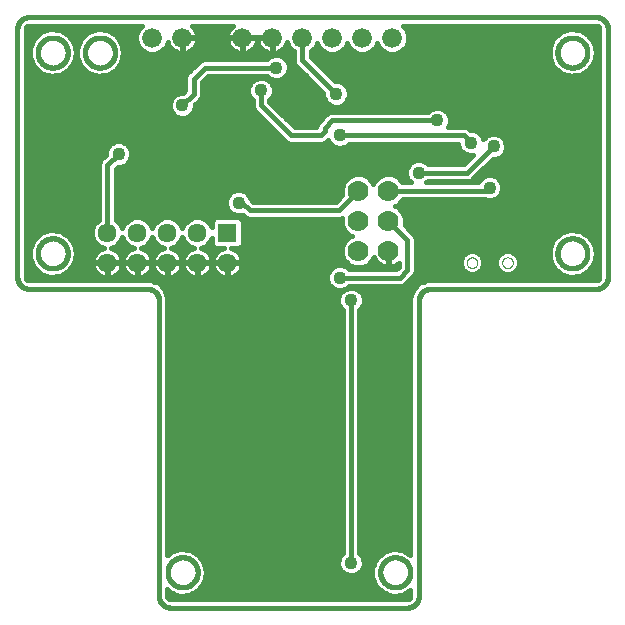
<source format=gbl>
G75*
%MOIN*%
%OFA0B0*%
%FSLAX25Y25*%
%IPPOS*%
%LPD*%
%AMOC8*
5,1,8,0,0,1.08239X$1,22.5*
%
%ADD10C,0.01600*%
%ADD11C,0.07000*%
%ADD12C,0.06600*%
%ADD13R,0.06337X0.06337*%
%ADD14C,0.06337*%
%ADD15C,0.00000*%
%ADD16C,0.04362*%
D10*
X0049044Y0005737D02*
X0049044Y0104162D01*
X0051844Y0104105D02*
X0108869Y0104105D01*
X0108869Y0103468D02*
X0109505Y0101932D01*
X0110250Y0101187D01*
X0110250Y0019913D01*
X0109505Y0019168D01*
X0108869Y0017632D01*
X0108869Y0015968D01*
X0109505Y0014432D01*
X0110682Y0013255D01*
X0112218Y0012619D01*
X0113882Y0012619D01*
X0115418Y0013255D01*
X0116595Y0014432D01*
X0117231Y0015968D01*
X0117231Y0017632D01*
X0116595Y0019168D01*
X0115850Y0019913D01*
X0115850Y0101187D01*
X0116595Y0101932D01*
X0117231Y0103468D01*
X0117231Y0105132D01*
X0116595Y0106668D01*
X0115418Y0107845D01*
X0113882Y0108481D01*
X0112218Y0108481D01*
X0110682Y0107845D01*
X0109505Y0106668D01*
X0108869Y0105132D01*
X0108869Y0103468D01*
X0109267Y0102506D02*
X0051844Y0102506D01*
X0051844Y0100908D02*
X0110250Y0100908D01*
X0110250Y0099309D02*
X0051844Y0099309D01*
X0051844Y0097711D02*
X0110250Y0097711D01*
X0110250Y0096112D02*
X0051844Y0096112D01*
X0051844Y0094514D02*
X0110250Y0094514D01*
X0110250Y0092915D02*
X0051844Y0092915D01*
X0051844Y0091317D02*
X0110250Y0091317D01*
X0110250Y0089718D02*
X0051844Y0089718D01*
X0051844Y0088120D02*
X0110250Y0088120D01*
X0110250Y0086521D02*
X0051844Y0086521D01*
X0051844Y0084923D02*
X0110250Y0084923D01*
X0110250Y0083324D02*
X0051844Y0083324D01*
X0051844Y0081726D02*
X0110250Y0081726D01*
X0110250Y0080127D02*
X0051844Y0080127D01*
X0051844Y0078529D02*
X0110250Y0078529D01*
X0110250Y0076930D02*
X0051844Y0076930D01*
X0051844Y0075332D02*
X0110250Y0075332D01*
X0110250Y0073733D02*
X0051844Y0073733D01*
X0051844Y0072134D02*
X0110250Y0072134D01*
X0110250Y0070536D02*
X0051844Y0070536D01*
X0051844Y0068937D02*
X0110250Y0068937D01*
X0110250Y0067339D02*
X0051844Y0067339D01*
X0051844Y0065740D02*
X0110250Y0065740D01*
X0110250Y0064142D02*
X0051844Y0064142D01*
X0051844Y0062543D02*
X0110250Y0062543D01*
X0110250Y0060945D02*
X0051844Y0060945D01*
X0051844Y0059346D02*
X0110250Y0059346D01*
X0110250Y0057748D02*
X0051844Y0057748D01*
X0051844Y0056149D02*
X0110250Y0056149D01*
X0110250Y0054551D02*
X0051844Y0054551D01*
X0051844Y0052952D02*
X0110250Y0052952D01*
X0110250Y0051354D02*
X0051844Y0051354D01*
X0051844Y0049755D02*
X0110250Y0049755D01*
X0110250Y0048157D02*
X0051844Y0048157D01*
X0051844Y0046558D02*
X0110250Y0046558D01*
X0110250Y0044960D02*
X0051844Y0044960D01*
X0051844Y0043361D02*
X0110250Y0043361D01*
X0110250Y0041763D02*
X0051844Y0041763D01*
X0051844Y0040164D02*
X0110250Y0040164D01*
X0110250Y0038566D02*
X0051844Y0038566D01*
X0051844Y0036967D02*
X0110250Y0036967D01*
X0110250Y0035369D02*
X0051844Y0035369D01*
X0051844Y0033770D02*
X0110250Y0033770D01*
X0110250Y0032172D02*
X0051844Y0032172D01*
X0051844Y0030573D02*
X0110250Y0030573D01*
X0110250Y0028975D02*
X0051844Y0028975D01*
X0051844Y0027376D02*
X0110250Y0027376D01*
X0110250Y0025778D02*
X0051844Y0025778D01*
X0051844Y0024179D02*
X0110250Y0024179D01*
X0110250Y0022581D02*
X0051844Y0022581D01*
X0051844Y0020982D02*
X0054914Y0020982D01*
X0056103Y0021368D02*
X0053018Y0020366D01*
X0051844Y0019309D01*
X0051844Y0105502D01*
X0050818Y0107978D01*
X0050818Y0107978D01*
X0048923Y0109874D01*
X0046447Y0110899D01*
X0005737Y0110899D01*
X0005515Y0110921D01*
X0005105Y0111091D01*
X0004792Y0111405D01*
X0004622Y0111814D01*
X0004600Y0112036D01*
X0004600Y0194713D01*
X0004622Y0194935D01*
X0004792Y0195345D01*
X0005105Y0195659D01*
X0005515Y0195829D01*
X0005737Y0195850D01*
X0043355Y0195850D01*
X0042307Y0194802D01*
X0041500Y0192854D01*
X0041500Y0190746D01*
X0042307Y0188798D01*
X0043798Y0187307D01*
X0045746Y0186500D01*
X0047854Y0186500D01*
X0049802Y0187307D01*
X0051293Y0188798D01*
X0051921Y0190313D01*
X0052074Y0189842D01*
X0052438Y0189127D01*
X0052910Y0188478D01*
X0053478Y0187910D01*
X0054127Y0187438D01*
X0054842Y0187074D01*
X0055606Y0186826D01*
X0056399Y0186700D01*
X0056616Y0186700D01*
X0056616Y0191616D01*
X0056984Y0191616D01*
X0056984Y0186700D01*
X0057201Y0186700D01*
X0057994Y0186826D01*
X0058758Y0187074D01*
X0059473Y0187438D01*
X0060122Y0187910D01*
X0060690Y0188478D01*
X0061162Y0189127D01*
X0061526Y0189842D01*
X0061774Y0190606D01*
X0061900Y0191399D01*
X0061900Y0191616D01*
X0056984Y0191616D01*
X0056984Y0191984D01*
X0061900Y0191984D01*
X0061900Y0192201D01*
X0061774Y0192994D01*
X0061526Y0193758D01*
X0061162Y0194473D01*
X0060690Y0195122D01*
X0060122Y0195690D01*
X0059902Y0195850D01*
X0073698Y0195850D01*
X0073478Y0195690D01*
X0072910Y0195122D01*
X0072438Y0194473D01*
X0072074Y0193758D01*
X0071826Y0192994D01*
X0071700Y0192201D01*
X0071700Y0191984D01*
X0076616Y0191984D01*
X0076616Y0191616D01*
X0071700Y0191616D01*
X0071700Y0191399D01*
X0071826Y0190606D01*
X0072074Y0189842D01*
X0072438Y0189127D01*
X0072910Y0188478D01*
X0073478Y0187910D01*
X0074127Y0187438D01*
X0074842Y0187074D01*
X0075606Y0186826D01*
X0076399Y0186700D01*
X0076616Y0186700D01*
X0076616Y0191616D01*
X0076984Y0191616D01*
X0076984Y0186700D01*
X0077201Y0186700D01*
X0077994Y0186826D01*
X0078758Y0187074D01*
X0079473Y0187438D01*
X0080122Y0187910D01*
X0080690Y0188478D01*
X0081162Y0189127D01*
X0081526Y0189842D01*
X0081774Y0190606D01*
X0081800Y0190767D01*
X0081826Y0190606D01*
X0082074Y0189842D01*
X0082438Y0189127D01*
X0082910Y0188478D01*
X0083478Y0187910D01*
X0084127Y0187438D01*
X0084842Y0187074D01*
X0085606Y0186826D01*
X0086399Y0186700D01*
X0086616Y0186700D01*
X0086616Y0191616D01*
X0081700Y0191616D01*
X0076984Y0191616D01*
X0076984Y0191984D01*
X0086616Y0191984D01*
X0086616Y0191616D01*
X0086984Y0191616D01*
X0086984Y0186700D01*
X0087201Y0186700D01*
X0087994Y0186826D01*
X0088758Y0187074D01*
X0089473Y0187438D01*
X0090122Y0187910D01*
X0090690Y0188478D01*
X0091162Y0189127D01*
X0091526Y0189842D01*
X0091679Y0190313D01*
X0092307Y0188798D01*
X0093798Y0187307D01*
X0094000Y0187223D01*
X0094000Y0183743D01*
X0094426Y0182714D01*
X0103869Y0173271D01*
X0103869Y0172218D01*
X0104505Y0170682D01*
X0105682Y0169505D01*
X0107218Y0168869D01*
X0108882Y0168869D01*
X0110418Y0169505D01*
X0111595Y0170682D01*
X0112231Y0172218D01*
X0112231Y0173882D01*
X0111595Y0175418D01*
X0110418Y0176595D01*
X0108882Y0177231D01*
X0107829Y0177231D01*
X0099600Y0185460D01*
X0099600Y0187223D01*
X0099802Y0187307D01*
X0101293Y0188798D01*
X0101800Y0190022D01*
X0102307Y0188798D01*
X0103798Y0187307D01*
X0105746Y0186500D01*
X0107854Y0186500D01*
X0109802Y0187307D01*
X0111293Y0188798D01*
X0111800Y0190022D01*
X0112307Y0188798D01*
X0113798Y0187307D01*
X0115746Y0186500D01*
X0117854Y0186500D01*
X0119802Y0187307D01*
X0121293Y0188798D01*
X0121800Y0190022D01*
X0122307Y0188798D01*
X0123798Y0187307D01*
X0125746Y0186500D01*
X0127854Y0186500D01*
X0129802Y0187307D01*
X0131293Y0188798D01*
X0132100Y0190746D01*
X0132100Y0192854D01*
X0131293Y0194802D01*
X0130245Y0195850D01*
X0194713Y0195850D01*
X0194935Y0195829D01*
X0195345Y0195659D01*
X0195659Y0195345D01*
X0195829Y0194935D01*
X0195850Y0194713D01*
X0195850Y0112036D01*
X0195829Y0111814D01*
X0195659Y0111405D01*
X0195345Y0111091D01*
X0194935Y0110921D01*
X0194713Y0110899D01*
X0138255Y0110899D01*
X0135779Y0109874D01*
X0133884Y0107978D01*
X0132858Y0105502D01*
X0132858Y0019491D01*
X0130195Y0021029D01*
X0130195Y0021029D01*
X0126969Y0021368D01*
X0123884Y0020366D01*
X0121474Y0018196D01*
X0121474Y0018196D01*
X0120155Y0015233D01*
X0120155Y0011989D01*
X0121474Y0009026D01*
X0123884Y0006856D01*
X0123884Y0006856D01*
X0126969Y0005854D01*
X0130195Y0006193D01*
X0132858Y0007731D01*
X0132858Y0005737D01*
X0132836Y0005515D01*
X0132667Y0005105D01*
X0132353Y0004792D01*
X0131943Y0004622D01*
X0131721Y0004600D01*
X0052981Y0004600D01*
X0052759Y0004622D01*
X0052349Y0004792D01*
X0052036Y0005105D01*
X0051866Y0005515D01*
X0051844Y0005737D01*
X0051844Y0007913D01*
X0053018Y0006856D01*
X0053018Y0006856D01*
X0056103Y0005854D01*
X0059328Y0006193D01*
X0062137Y0007814D01*
X0062137Y0007815D01*
X0064044Y0010438D01*
X0064718Y0013611D01*
X0064718Y0013611D01*
X0064044Y0016784D01*
X0062137Y0019408D01*
X0059328Y0021029D01*
X0056103Y0021368D01*
X0056103Y0021368D01*
X0053018Y0020366D02*
X0053018Y0020366D01*
X0051927Y0019384D02*
X0051844Y0019384D01*
X0051918Y0013611D02*
X0051920Y0013752D01*
X0051926Y0013893D01*
X0051936Y0014033D01*
X0051950Y0014173D01*
X0051968Y0014313D01*
X0051989Y0014452D01*
X0052015Y0014591D01*
X0052044Y0014729D01*
X0052078Y0014865D01*
X0052115Y0015001D01*
X0052156Y0015136D01*
X0052201Y0015270D01*
X0052250Y0015402D01*
X0052302Y0015533D01*
X0052358Y0015662D01*
X0052418Y0015789D01*
X0052481Y0015915D01*
X0052547Y0016039D01*
X0052618Y0016162D01*
X0052691Y0016282D01*
X0052768Y0016400D01*
X0052848Y0016516D01*
X0052932Y0016629D01*
X0053018Y0016740D01*
X0053108Y0016849D01*
X0053201Y0016955D01*
X0053296Y0017058D01*
X0053395Y0017159D01*
X0053496Y0017257D01*
X0053600Y0017352D01*
X0053707Y0017444D01*
X0053816Y0017533D01*
X0053928Y0017618D01*
X0054042Y0017701D01*
X0054158Y0017781D01*
X0054277Y0017857D01*
X0054398Y0017929D01*
X0054520Y0017999D01*
X0054645Y0018064D01*
X0054771Y0018127D01*
X0054899Y0018185D01*
X0055029Y0018240D01*
X0055160Y0018292D01*
X0055293Y0018339D01*
X0055427Y0018383D01*
X0055562Y0018424D01*
X0055698Y0018460D01*
X0055835Y0018492D01*
X0055973Y0018521D01*
X0056111Y0018546D01*
X0056251Y0018566D01*
X0056391Y0018583D01*
X0056531Y0018596D01*
X0056672Y0018605D01*
X0056812Y0018610D01*
X0056953Y0018611D01*
X0057094Y0018608D01*
X0057235Y0018601D01*
X0057375Y0018590D01*
X0057515Y0018575D01*
X0057655Y0018556D01*
X0057794Y0018534D01*
X0057932Y0018507D01*
X0058070Y0018477D01*
X0058206Y0018442D01*
X0058342Y0018404D01*
X0058476Y0018362D01*
X0058610Y0018316D01*
X0058742Y0018267D01*
X0058872Y0018213D01*
X0059001Y0018156D01*
X0059128Y0018096D01*
X0059254Y0018032D01*
X0059377Y0017964D01*
X0059499Y0017893D01*
X0059619Y0017819D01*
X0059736Y0017741D01*
X0059851Y0017660D01*
X0059964Y0017576D01*
X0060075Y0017489D01*
X0060183Y0017398D01*
X0060288Y0017305D01*
X0060391Y0017208D01*
X0060491Y0017109D01*
X0060588Y0017007D01*
X0060682Y0016902D01*
X0060773Y0016795D01*
X0060861Y0016685D01*
X0060946Y0016573D01*
X0061028Y0016458D01*
X0061107Y0016341D01*
X0061182Y0016222D01*
X0061254Y0016101D01*
X0061322Y0015978D01*
X0061387Y0015853D01*
X0061449Y0015726D01*
X0061506Y0015597D01*
X0061561Y0015467D01*
X0061611Y0015336D01*
X0061658Y0015203D01*
X0061701Y0015069D01*
X0061740Y0014933D01*
X0061775Y0014797D01*
X0061807Y0014660D01*
X0061834Y0014522D01*
X0061858Y0014383D01*
X0061878Y0014243D01*
X0061894Y0014103D01*
X0061906Y0013963D01*
X0061914Y0013822D01*
X0061918Y0013681D01*
X0061918Y0013541D01*
X0061914Y0013400D01*
X0061906Y0013259D01*
X0061894Y0013119D01*
X0061878Y0012979D01*
X0061858Y0012839D01*
X0061834Y0012700D01*
X0061807Y0012562D01*
X0061775Y0012425D01*
X0061740Y0012289D01*
X0061701Y0012153D01*
X0061658Y0012019D01*
X0061611Y0011886D01*
X0061561Y0011755D01*
X0061506Y0011625D01*
X0061449Y0011496D01*
X0061387Y0011369D01*
X0061322Y0011244D01*
X0061254Y0011121D01*
X0061182Y0011000D01*
X0061107Y0010881D01*
X0061028Y0010764D01*
X0060946Y0010649D01*
X0060861Y0010537D01*
X0060773Y0010427D01*
X0060682Y0010320D01*
X0060588Y0010215D01*
X0060491Y0010113D01*
X0060391Y0010014D01*
X0060288Y0009917D01*
X0060183Y0009824D01*
X0060075Y0009733D01*
X0059964Y0009646D01*
X0059851Y0009562D01*
X0059736Y0009481D01*
X0059619Y0009403D01*
X0059499Y0009329D01*
X0059377Y0009258D01*
X0059254Y0009190D01*
X0059128Y0009126D01*
X0059001Y0009066D01*
X0058872Y0009009D01*
X0058742Y0008955D01*
X0058610Y0008906D01*
X0058476Y0008860D01*
X0058342Y0008818D01*
X0058206Y0008780D01*
X0058070Y0008745D01*
X0057932Y0008715D01*
X0057794Y0008688D01*
X0057655Y0008666D01*
X0057515Y0008647D01*
X0057375Y0008632D01*
X0057235Y0008621D01*
X0057094Y0008614D01*
X0056953Y0008611D01*
X0056812Y0008612D01*
X0056672Y0008617D01*
X0056531Y0008626D01*
X0056391Y0008639D01*
X0056251Y0008656D01*
X0056111Y0008676D01*
X0055973Y0008701D01*
X0055835Y0008730D01*
X0055698Y0008762D01*
X0055562Y0008798D01*
X0055427Y0008839D01*
X0055293Y0008883D01*
X0055160Y0008930D01*
X0055029Y0008982D01*
X0054899Y0009037D01*
X0054771Y0009095D01*
X0054645Y0009158D01*
X0054520Y0009223D01*
X0054398Y0009293D01*
X0054277Y0009365D01*
X0054158Y0009441D01*
X0054042Y0009521D01*
X0053928Y0009604D01*
X0053816Y0009689D01*
X0053707Y0009778D01*
X0053600Y0009870D01*
X0053496Y0009965D01*
X0053395Y0010063D01*
X0053296Y0010164D01*
X0053201Y0010267D01*
X0053108Y0010373D01*
X0053018Y0010482D01*
X0052932Y0010593D01*
X0052848Y0010706D01*
X0052768Y0010822D01*
X0052691Y0010940D01*
X0052618Y0011060D01*
X0052547Y0011183D01*
X0052481Y0011307D01*
X0052418Y0011433D01*
X0052358Y0011560D01*
X0052302Y0011689D01*
X0052250Y0011820D01*
X0052201Y0011952D01*
X0052156Y0012086D01*
X0052115Y0012221D01*
X0052078Y0012357D01*
X0052044Y0012493D01*
X0052015Y0012631D01*
X0051989Y0012770D01*
X0051968Y0012909D01*
X0051950Y0013049D01*
X0051936Y0013189D01*
X0051926Y0013329D01*
X0051920Y0013470D01*
X0051918Y0013611D01*
X0051844Y0006596D02*
X0053820Y0006596D01*
X0049044Y0005737D02*
X0049046Y0005613D01*
X0049052Y0005490D01*
X0049061Y0005366D01*
X0049075Y0005244D01*
X0049092Y0005121D01*
X0049114Y0004999D01*
X0049139Y0004878D01*
X0049168Y0004758D01*
X0049200Y0004639D01*
X0049237Y0004520D01*
X0049277Y0004403D01*
X0049320Y0004288D01*
X0049368Y0004173D01*
X0049419Y0004061D01*
X0049473Y0003950D01*
X0049531Y0003840D01*
X0049592Y0003733D01*
X0049657Y0003627D01*
X0049725Y0003524D01*
X0049796Y0003423D01*
X0049870Y0003324D01*
X0049947Y0003227D01*
X0050028Y0003133D01*
X0050111Y0003042D01*
X0050197Y0002953D01*
X0050286Y0002867D01*
X0050377Y0002784D01*
X0050471Y0002703D01*
X0050568Y0002626D01*
X0050667Y0002552D01*
X0050768Y0002481D01*
X0050871Y0002413D01*
X0050977Y0002348D01*
X0051084Y0002287D01*
X0051194Y0002229D01*
X0051305Y0002175D01*
X0051417Y0002124D01*
X0051532Y0002076D01*
X0051647Y0002033D01*
X0051764Y0001993D01*
X0051883Y0001956D01*
X0052002Y0001924D01*
X0052122Y0001895D01*
X0052243Y0001870D01*
X0052365Y0001848D01*
X0052488Y0001831D01*
X0052610Y0001817D01*
X0052734Y0001808D01*
X0052857Y0001802D01*
X0052981Y0001800D01*
X0131721Y0001800D01*
X0132558Y0004997D02*
X0052144Y0004997D01*
X0056103Y0005854D02*
X0056103Y0005854D01*
X0060026Y0006596D02*
X0124686Y0006596D01*
X0126969Y0005854D02*
X0126969Y0005854D01*
X0130195Y0006193D02*
X0130195Y0006193D01*
X0130892Y0006596D02*
X0132858Y0006596D01*
X0135658Y0005737D02*
X0135656Y0005613D01*
X0135650Y0005490D01*
X0135641Y0005366D01*
X0135627Y0005244D01*
X0135610Y0005121D01*
X0135588Y0004999D01*
X0135563Y0004878D01*
X0135534Y0004758D01*
X0135502Y0004639D01*
X0135465Y0004520D01*
X0135425Y0004403D01*
X0135382Y0004288D01*
X0135334Y0004173D01*
X0135283Y0004061D01*
X0135229Y0003950D01*
X0135171Y0003840D01*
X0135110Y0003733D01*
X0135045Y0003627D01*
X0134977Y0003524D01*
X0134906Y0003423D01*
X0134832Y0003324D01*
X0134755Y0003227D01*
X0134674Y0003133D01*
X0134591Y0003042D01*
X0134505Y0002953D01*
X0134416Y0002867D01*
X0134325Y0002784D01*
X0134231Y0002703D01*
X0134134Y0002626D01*
X0134035Y0002552D01*
X0133934Y0002481D01*
X0133831Y0002413D01*
X0133725Y0002348D01*
X0133618Y0002287D01*
X0133508Y0002229D01*
X0133397Y0002175D01*
X0133285Y0002124D01*
X0133170Y0002076D01*
X0133055Y0002033D01*
X0132938Y0001993D01*
X0132819Y0001956D01*
X0132700Y0001924D01*
X0132580Y0001895D01*
X0132459Y0001870D01*
X0132337Y0001848D01*
X0132214Y0001831D01*
X0132092Y0001817D01*
X0131968Y0001808D01*
X0131845Y0001802D01*
X0131721Y0001800D01*
X0135658Y0005737D02*
X0135658Y0104162D01*
X0132858Y0104105D02*
X0117231Y0104105D01*
X0116994Y0105703D02*
X0132942Y0105703D01*
X0133604Y0107302D02*
X0115961Y0107302D01*
X0112413Y0109000D02*
X0129857Y0109000D01*
X0130886Y0109426D01*
X0131674Y0110214D01*
X0134174Y0112714D01*
X0134600Y0113743D01*
X0134600Y0125014D01*
X0134174Y0126044D01*
X0130890Y0129327D01*
X0131020Y0129643D01*
X0131020Y0131831D01*
X0130183Y0133852D01*
X0128636Y0135400D01*
X0127822Y0135737D01*
X0128636Y0136074D01*
X0130183Y0137622D01*
X0130314Y0137937D01*
X0157700Y0137937D01*
X0158468Y0137619D01*
X0160132Y0137619D01*
X0161668Y0138255D01*
X0162845Y0139432D01*
X0163481Y0140968D01*
X0163481Y0142632D01*
X0162845Y0144168D01*
X0161668Y0145345D01*
X0160132Y0145981D01*
X0158468Y0145981D01*
X0156932Y0145345D01*
X0155755Y0144168D01*
X0155494Y0143537D01*
X0138200Y0143537D01*
X0138663Y0144000D01*
X0152357Y0144000D01*
X0153386Y0144426D01*
X0154174Y0145214D01*
X0160329Y0151369D01*
X0161382Y0151369D01*
X0162918Y0152005D01*
X0164095Y0153182D01*
X0164731Y0154718D01*
X0164731Y0156382D01*
X0164095Y0157918D01*
X0162918Y0159095D01*
X0161382Y0159731D01*
X0159718Y0159731D01*
X0158182Y0159095D01*
X0157081Y0157994D01*
X0156595Y0159168D01*
X0155418Y0160345D01*
X0153882Y0160981D01*
X0152829Y0160981D01*
X0152136Y0161674D01*
X0151107Y0162100D01*
X0145414Y0162100D01*
X0145981Y0163468D01*
X0145981Y0165132D01*
X0145345Y0166668D01*
X0144168Y0167845D01*
X0142632Y0168481D01*
X0140968Y0168481D01*
X0139432Y0167845D01*
X0138687Y0167100D01*
X0106243Y0167100D01*
X0105214Y0166674D01*
X0104426Y0165886D01*
X0101926Y0163386D01*
X0101500Y0162357D01*
X0101500Y0162100D01*
X0094210Y0162100D01*
X0085850Y0170460D01*
X0085850Y0171187D01*
X0086595Y0171932D01*
X0087231Y0173468D01*
X0087231Y0175132D01*
X0086595Y0176668D01*
X0085418Y0177845D01*
X0083882Y0178481D01*
X0082218Y0178481D01*
X0080682Y0177845D01*
X0079505Y0176668D01*
X0078869Y0175132D01*
X0078869Y0173468D01*
X0079505Y0171932D01*
X0080250Y0171187D01*
X0080250Y0168743D01*
X0080676Y0167714D01*
X0090676Y0157714D01*
X0091464Y0156926D01*
X0092493Y0156500D01*
X0103607Y0156500D01*
X0104636Y0156926D01*
X0105429Y0157719D01*
X0105755Y0156932D01*
X0106932Y0155755D01*
X0108468Y0155119D01*
X0110132Y0155119D01*
X0111668Y0155755D01*
X0112413Y0156500D01*
X0148869Y0156500D01*
X0148869Y0155968D01*
X0149505Y0154432D01*
X0150682Y0153255D01*
X0152218Y0152619D01*
X0153659Y0152619D01*
X0150640Y0149600D01*
X0138663Y0149600D01*
X0137918Y0150345D01*
X0136382Y0150981D01*
X0134718Y0150981D01*
X0133182Y0150345D01*
X0132005Y0149168D01*
X0131369Y0147632D01*
X0131369Y0145968D01*
X0132005Y0144432D01*
X0132900Y0143537D01*
X0130314Y0143537D01*
X0130183Y0143852D01*
X0128636Y0145400D01*
X0126614Y0146237D01*
X0124426Y0146237D01*
X0122405Y0145400D01*
X0120858Y0143852D01*
X0120520Y0143038D01*
X0120183Y0143852D01*
X0118636Y0145400D01*
X0116614Y0146237D01*
X0114426Y0146237D01*
X0112405Y0145400D01*
X0110858Y0143852D01*
X0110020Y0141831D01*
X0110020Y0139643D01*
X0110151Y0139327D01*
X0107924Y0137100D01*
X0080460Y0137100D01*
X0079592Y0137968D01*
X0079095Y0139168D01*
X0077918Y0140345D01*
X0076382Y0140981D01*
X0074718Y0140981D01*
X0073182Y0140345D01*
X0072005Y0139168D01*
X0071369Y0137632D01*
X0071369Y0135968D01*
X0072005Y0134432D01*
X0073182Y0133255D01*
X0074718Y0132619D01*
X0076382Y0132619D01*
X0076834Y0132806D01*
X0076926Y0132714D01*
X0077714Y0131926D01*
X0078743Y0131500D01*
X0109640Y0131500D01*
X0110020Y0131657D01*
X0110020Y0129643D01*
X0110858Y0127622D01*
X0112405Y0126074D01*
X0113219Y0125737D01*
X0112405Y0125400D01*
X0110858Y0123852D01*
X0110020Y0121831D01*
X0110020Y0119643D01*
X0110858Y0117622D01*
X0112405Y0116074D01*
X0114426Y0115237D01*
X0116614Y0115237D01*
X0118636Y0116074D01*
X0120183Y0117622D01*
X0120621Y0118679D01*
X0120987Y0117959D01*
X0121478Y0117284D01*
X0122068Y0116694D01*
X0122743Y0116204D01*
X0123486Y0115825D01*
X0124279Y0115568D01*
X0125103Y0115437D01*
X0125336Y0115437D01*
X0125336Y0120553D01*
X0125705Y0120553D01*
X0125705Y0115437D01*
X0125938Y0115437D01*
X0126762Y0115568D01*
X0127555Y0115825D01*
X0128298Y0116204D01*
X0128973Y0116694D01*
X0129000Y0116721D01*
X0129000Y0115460D01*
X0128140Y0114600D01*
X0112413Y0114600D01*
X0111668Y0115345D01*
X0110132Y0115981D01*
X0108468Y0115981D01*
X0106932Y0115345D01*
X0105755Y0114168D01*
X0105119Y0112632D01*
X0105119Y0110968D01*
X0105755Y0109432D01*
X0106932Y0108255D01*
X0108468Y0107619D01*
X0110132Y0107619D01*
X0111668Y0108255D01*
X0112413Y0109000D01*
X0112313Y0108900D02*
X0134806Y0108900D01*
X0133884Y0107978D02*
X0133884Y0107978D01*
X0135779Y0109874D02*
X0135779Y0109874D01*
X0137288Y0110499D02*
X0131959Y0110499D01*
X0133557Y0112097D02*
X0195850Y0112097D01*
X0198650Y0112036D02*
X0198648Y0111912D01*
X0198642Y0111789D01*
X0198633Y0111665D01*
X0198619Y0111543D01*
X0198602Y0111420D01*
X0198580Y0111298D01*
X0198555Y0111177D01*
X0198526Y0111057D01*
X0198494Y0110938D01*
X0198457Y0110819D01*
X0198417Y0110702D01*
X0198374Y0110587D01*
X0198326Y0110472D01*
X0198275Y0110360D01*
X0198221Y0110249D01*
X0198163Y0110139D01*
X0198102Y0110032D01*
X0198037Y0109926D01*
X0197969Y0109823D01*
X0197898Y0109722D01*
X0197824Y0109623D01*
X0197747Y0109526D01*
X0197666Y0109432D01*
X0197583Y0109341D01*
X0197497Y0109252D01*
X0197408Y0109166D01*
X0197317Y0109083D01*
X0197223Y0109002D01*
X0197126Y0108925D01*
X0197027Y0108851D01*
X0196926Y0108780D01*
X0196823Y0108712D01*
X0196717Y0108647D01*
X0196610Y0108586D01*
X0196500Y0108528D01*
X0196389Y0108474D01*
X0196277Y0108423D01*
X0196162Y0108375D01*
X0196047Y0108332D01*
X0195930Y0108292D01*
X0195811Y0108255D01*
X0195692Y0108223D01*
X0195572Y0108194D01*
X0195451Y0108169D01*
X0195329Y0108147D01*
X0195206Y0108130D01*
X0195084Y0108116D01*
X0194960Y0108107D01*
X0194837Y0108101D01*
X0194713Y0108099D01*
X0139595Y0108099D01*
X0139471Y0108097D01*
X0139348Y0108091D01*
X0139224Y0108082D01*
X0139102Y0108068D01*
X0138979Y0108051D01*
X0138857Y0108029D01*
X0138736Y0108004D01*
X0138616Y0107975D01*
X0138497Y0107943D01*
X0138378Y0107906D01*
X0138261Y0107866D01*
X0138146Y0107823D01*
X0138031Y0107775D01*
X0137919Y0107724D01*
X0137808Y0107670D01*
X0137698Y0107612D01*
X0137591Y0107551D01*
X0137485Y0107486D01*
X0137382Y0107418D01*
X0137281Y0107347D01*
X0137182Y0107273D01*
X0137085Y0107196D01*
X0136991Y0107115D01*
X0136900Y0107032D01*
X0136811Y0106946D01*
X0136725Y0106857D01*
X0136642Y0106766D01*
X0136561Y0106672D01*
X0136484Y0106575D01*
X0136410Y0106476D01*
X0136339Y0106375D01*
X0136271Y0106272D01*
X0136206Y0106166D01*
X0136145Y0106059D01*
X0136087Y0105949D01*
X0136033Y0105838D01*
X0135982Y0105726D01*
X0135934Y0105611D01*
X0135891Y0105496D01*
X0135851Y0105379D01*
X0135814Y0105260D01*
X0135782Y0105141D01*
X0135753Y0105021D01*
X0135728Y0104900D01*
X0135706Y0104778D01*
X0135689Y0104655D01*
X0135675Y0104533D01*
X0135666Y0104409D01*
X0135660Y0104286D01*
X0135658Y0104162D01*
X0132858Y0102506D02*
X0116833Y0102506D01*
X0115850Y0100908D02*
X0132858Y0100908D01*
X0132858Y0099309D02*
X0115850Y0099309D01*
X0115850Y0097711D02*
X0132858Y0097711D01*
X0132858Y0096112D02*
X0115850Y0096112D01*
X0115850Y0094514D02*
X0132858Y0094514D01*
X0132858Y0092915D02*
X0115850Y0092915D01*
X0115850Y0091317D02*
X0132858Y0091317D01*
X0132858Y0089718D02*
X0115850Y0089718D01*
X0115850Y0088120D02*
X0132858Y0088120D01*
X0132858Y0086521D02*
X0115850Y0086521D01*
X0115850Y0084923D02*
X0132858Y0084923D01*
X0132858Y0083324D02*
X0115850Y0083324D01*
X0115850Y0081726D02*
X0132858Y0081726D01*
X0132858Y0080127D02*
X0115850Y0080127D01*
X0115850Y0078529D02*
X0132858Y0078529D01*
X0132858Y0076930D02*
X0115850Y0076930D01*
X0115850Y0075332D02*
X0132858Y0075332D01*
X0132858Y0073733D02*
X0115850Y0073733D01*
X0115850Y0072134D02*
X0132858Y0072134D01*
X0132858Y0070536D02*
X0115850Y0070536D01*
X0115850Y0068937D02*
X0132858Y0068937D01*
X0132858Y0067339D02*
X0115850Y0067339D01*
X0115850Y0065740D02*
X0132858Y0065740D01*
X0132858Y0064142D02*
X0115850Y0064142D01*
X0115850Y0062543D02*
X0132858Y0062543D01*
X0132858Y0060945D02*
X0115850Y0060945D01*
X0115850Y0059346D02*
X0132858Y0059346D01*
X0132858Y0057748D02*
X0115850Y0057748D01*
X0115850Y0056149D02*
X0132858Y0056149D01*
X0132858Y0054551D02*
X0115850Y0054551D01*
X0115850Y0052952D02*
X0132858Y0052952D01*
X0132858Y0051354D02*
X0115850Y0051354D01*
X0115850Y0049755D02*
X0132858Y0049755D01*
X0132858Y0048157D02*
X0115850Y0048157D01*
X0115850Y0046558D02*
X0132858Y0046558D01*
X0132858Y0044960D02*
X0115850Y0044960D01*
X0115850Y0043361D02*
X0132858Y0043361D01*
X0132858Y0041763D02*
X0115850Y0041763D01*
X0115850Y0040164D02*
X0132858Y0040164D01*
X0132858Y0038566D02*
X0115850Y0038566D01*
X0115850Y0036967D02*
X0132858Y0036967D01*
X0132858Y0035369D02*
X0115850Y0035369D01*
X0115850Y0033770D02*
X0132858Y0033770D01*
X0132858Y0032172D02*
X0115850Y0032172D01*
X0115850Y0030573D02*
X0132858Y0030573D01*
X0132858Y0028975D02*
X0115850Y0028975D01*
X0115850Y0027376D02*
X0132858Y0027376D01*
X0132858Y0025778D02*
X0115850Y0025778D01*
X0115850Y0024179D02*
X0132858Y0024179D01*
X0132858Y0022581D02*
X0115850Y0022581D01*
X0115850Y0020982D02*
X0125780Y0020982D01*
X0126969Y0021368D02*
X0126969Y0021368D01*
X0130276Y0020982D02*
X0132858Y0020982D01*
X0122784Y0013611D02*
X0122786Y0013752D01*
X0122792Y0013893D01*
X0122802Y0014033D01*
X0122816Y0014173D01*
X0122834Y0014313D01*
X0122855Y0014452D01*
X0122881Y0014591D01*
X0122910Y0014729D01*
X0122944Y0014865D01*
X0122981Y0015001D01*
X0123022Y0015136D01*
X0123067Y0015270D01*
X0123116Y0015402D01*
X0123168Y0015533D01*
X0123224Y0015662D01*
X0123284Y0015789D01*
X0123347Y0015915D01*
X0123413Y0016039D01*
X0123484Y0016162D01*
X0123557Y0016282D01*
X0123634Y0016400D01*
X0123714Y0016516D01*
X0123798Y0016629D01*
X0123884Y0016740D01*
X0123974Y0016849D01*
X0124067Y0016955D01*
X0124162Y0017058D01*
X0124261Y0017159D01*
X0124362Y0017257D01*
X0124466Y0017352D01*
X0124573Y0017444D01*
X0124682Y0017533D01*
X0124794Y0017618D01*
X0124908Y0017701D01*
X0125024Y0017781D01*
X0125143Y0017857D01*
X0125264Y0017929D01*
X0125386Y0017999D01*
X0125511Y0018064D01*
X0125637Y0018127D01*
X0125765Y0018185D01*
X0125895Y0018240D01*
X0126026Y0018292D01*
X0126159Y0018339D01*
X0126293Y0018383D01*
X0126428Y0018424D01*
X0126564Y0018460D01*
X0126701Y0018492D01*
X0126839Y0018521D01*
X0126977Y0018546D01*
X0127117Y0018566D01*
X0127257Y0018583D01*
X0127397Y0018596D01*
X0127538Y0018605D01*
X0127678Y0018610D01*
X0127819Y0018611D01*
X0127960Y0018608D01*
X0128101Y0018601D01*
X0128241Y0018590D01*
X0128381Y0018575D01*
X0128521Y0018556D01*
X0128660Y0018534D01*
X0128798Y0018507D01*
X0128936Y0018477D01*
X0129072Y0018442D01*
X0129208Y0018404D01*
X0129342Y0018362D01*
X0129476Y0018316D01*
X0129608Y0018267D01*
X0129738Y0018213D01*
X0129867Y0018156D01*
X0129994Y0018096D01*
X0130120Y0018032D01*
X0130243Y0017964D01*
X0130365Y0017893D01*
X0130485Y0017819D01*
X0130602Y0017741D01*
X0130717Y0017660D01*
X0130830Y0017576D01*
X0130941Y0017489D01*
X0131049Y0017398D01*
X0131154Y0017305D01*
X0131257Y0017208D01*
X0131357Y0017109D01*
X0131454Y0017007D01*
X0131548Y0016902D01*
X0131639Y0016795D01*
X0131727Y0016685D01*
X0131812Y0016573D01*
X0131894Y0016458D01*
X0131973Y0016341D01*
X0132048Y0016222D01*
X0132120Y0016101D01*
X0132188Y0015978D01*
X0132253Y0015853D01*
X0132315Y0015726D01*
X0132372Y0015597D01*
X0132427Y0015467D01*
X0132477Y0015336D01*
X0132524Y0015203D01*
X0132567Y0015069D01*
X0132606Y0014933D01*
X0132641Y0014797D01*
X0132673Y0014660D01*
X0132700Y0014522D01*
X0132724Y0014383D01*
X0132744Y0014243D01*
X0132760Y0014103D01*
X0132772Y0013963D01*
X0132780Y0013822D01*
X0132784Y0013681D01*
X0132784Y0013541D01*
X0132780Y0013400D01*
X0132772Y0013259D01*
X0132760Y0013119D01*
X0132744Y0012979D01*
X0132724Y0012839D01*
X0132700Y0012700D01*
X0132673Y0012562D01*
X0132641Y0012425D01*
X0132606Y0012289D01*
X0132567Y0012153D01*
X0132524Y0012019D01*
X0132477Y0011886D01*
X0132427Y0011755D01*
X0132372Y0011625D01*
X0132315Y0011496D01*
X0132253Y0011369D01*
X0132188Y0011244D01*
X0132120Y0011121D01*
X0132048Y0011000D01*
X0131973Y0010881D01*
X0131894Y0010764D01*
X0131812Y0010649D01*
X0131727Y0010537D01*
X0131639Y0010427D01*
X0131548Y0010320D01*
X0131454Y0010215D01*
X0131357Y0010113D01*
X0131257Y0010014D01*
X0131154Y0009917D01*
X0131049Y0009824D01*
X0130941Y0009733D01*
X0130830Y0009646D01*
X0130717Y0009562D01*
X0130602Y0009481D01*
X0130485Y0009403D01*
X0130365Y0009329D01*
X0130243Y0009258D01*
X0130120Y0009190D01*
X0129994Y0009126D01*
X0129867Y0009066D01*
X0129738Y0009009D01*
X0129608Y0008955D01*
X0129476Y0008906D01*
X0129342Y0008860D01*
X0129208Y0008818D01*
X0129072Y0008780D01*
X0128936Y0008745D01*
X0128798Y0008715D01*
X0128660Y0008688D01*
X0128521Y0008666D01*
X0128381Y0008647D01*
X0128241Y0008632D01*
X0128101Y0008621D01*
X0127960Y0008614D01*
X0127819Y0008611D01*
X0127678Y0008612D01*
X0127538Y0008617D01*
X0127397Y0008626D01*
X0127257Y0008639D01*
X0127117Y0008656D01*
X0126977Y0008676D01*
X0126839Y0008701D01*
X0126701Y0008730D01*
X0126564Y0008762D01*
X0126428Y0008798D01*
X0126293Y0008839D01*
X0126159Y0008883D01*
X0126026Y0008930D01*
X0125895Y0008982D01*
X0125765Y0009037D01*
X0125637Y0009095D01*
X0125511Y0009158D01*
X0125386Y0009223D01*
X0125264Y0009293D01*
X0125143Y0009365D01*
X0125024Y0009441D01*
X0124908Y0009521D01*
X0124794Y0009604D01*
X0124682Y0009689D01*
X0124573Y0009778D01*
X0124466Y0009870D01*
X0124362Y0009965D01*
X0124261Y0010063D01*
X0124162Y0010164D01*
X0124067Y0010267D01*
X0123974Y0010373D01*
X0123884Y0010482D01*
X0123798Y0010593D01*
X0123714Y0010706D01*
X0123634Y0010822D01*
X0123557Y0010940D01*
X0123484Y0011060D01*
X0123413Y0011183D01*
X0123347Y0011307D01*
X0123284Y0011433D01*
X0123224Y0011560D01*
X0123168Y0011689D01*
X0123116Y0011820D01*
X0123067Y0011952D01*
X0123022Y0012086D01*
X0122981Y0012221D01*
X0122944Y0012357D01*
X0122910Y0012493D01*
X0122881Y0012631D01*
X0122855Y0012770D01*
X0122834Y0012909D01*
X0122816Y0013049D01*
X0122802Y0013189D01*
X0122792Y0013329D01*
X0122786Y0013470D01*
X0122784Y0013611D01*
X0120421Y0011391D02*
X0064246Y0011391D01*
X0064586Y0012990D02*
X0111323Y0012990D01*
X0109441Y0014588D02*
X0064510Y0014588D01*
X0064171Y0016187D02*
X0108869Y0016187D01*
X0108932Y0017785D02*
X0063316Y0017785D01*
X0064044Y0016784D02*
X0064044Y0016784D01*
X0062155Y0019384D02*
X0109721Y0019384D01*
X0110250Y0020982D02*
X0059410Y0020982D01*
X0059328Y0021029D02*
X0059328Y0021029D01*
X0062137Y0019408D02*
X0062137Y0019408D01*
X0062137Y0019408D01*
X0063574Y0009793D02*
X0121133Y0009793D01*
X0121474Y0009026D02*
X0121474Y0009026D01*
X0122398Y0008194D02*
X0062413Y0008194D01*
X0113050Y0016800D02*
X0113050Y0104300D01*
X0110139Y0107302D02*
X0051099Y0107302D01*
X0051761Y0105703D02*
X0109106Y0105703D01*
X0106287Y0108900D02*
X0049897Y0108900D01*
X0048923Y0109874D02*
X0048923Y0109874D01*
X0047414Y0110499D02*
X0105313Y0110499D01*
X0105119Y0112097D02*
X0073405Y0112097D01*
X0073707Y0112196D02*
X0074404Y0112551D01*
X0075037Y0113010D01*
X0075590Y0113563D01*
X0076049Y0114196D01*
X0076404Y0114893D01*
X0076646Y0115637D01*
X0076768Y0116409D01*
X0076768Y0116616D01*
X0071984Y0116616D01*
X0071984Y0111831D01*
X0072191Y0111831D01*
X0072963Y0111954D01*
X0073707Y0112196D01*
X0071984Y0112097D02*
X0071616Y0112097D01*
X0071616Y0111831D02*
X0071616Y0116616D01*
X0071984Y0116616D01*
X0071984Y0116984D01*
X0076768Y0116984D01*
X0076768Y0117191D01*
X0076646Y0117963D01*
X0076404Y0118707D01*
X0076049Y0119404D01*
X0075590Y0120037D01*
X0075037Y0120590D01*
X0074404Y0121049D01*
X0073707Y0121404D01*
X0073009Y0121631D01*
X0075797Y0121631D01*
X0076968Y0122803D01*
X0076968Y0130797D01*
X0075797Y0131968D01*
X0067803Y0131968D01*
X0066631Y0130797D01*
X0066631Y0128642D01*
X0066182Y0129728D01*
X0064728Y0131182D01*
X0062828Y0131968D01*
X0060772Y0131968D01*
X0058872Y0131182D01*
X0057418Y0129728D01*
X0056800Y0128235D01*
X0056182Y0129728D01*
X0054728Y0131182D01*
X0052828Y0131968D01*
X0050772Y0131968D01*
X0048872Y0131182D01*
X0047418Y0129728D01*
X0046800Y0128235D01*
X0046182Y0129728D01*
X0044728Y0131182D01*
X0042828Y0131968D01*
X0040772Y0131968D01*
X0038872Y0131182D01*
X0037418Y0129728D01*
X0036800Y0128235D01*
X0036182Y0129728D01*
X0034728Y0131182D01*
X0034600Y0131235D01*
X0034600Y0148140D01*
X0035329Y0148869D01*
X0036382Y0148869D01*
X0037918Y0149505D01*
X0039095Y0150682D01*
X0039731Y0152218D01*
X0039731Y0153882D01*
X0039095Y0155418D01*
X0037918Y0156595D01*
X0036382Y0157231D01*
X0034718Y0157231D01*
X0033182Y0156595D01*
X0032005Y0155418D01*
X0031369Y0153882D01*
X0031369Y0152829D01*
X0029426Y0150886D01*
X0029000Y0149857D01*
X0029000Y0131235D01*
X0028872Y0131182D01*
X0027418Y0129728D01*
X0026631Y0127828D01*
X0026631Y0125772D01*
X0027418Y0123872D01*
X0028872Y0122418D01*
X0030709Y0121658D01*
X0030637Y0121646D01*
X0029893Y0121404D01*
X0029196Y0121049D01*
X0028563Y0120590D01*
X0028010Y0120037D01*
X0027551Y0119404D01*
X0027196Y0118707D01*
X0026954Y0117963D01*
X0026831Y0117191D01*
X0026831Y0116984D01*
X0031616Y0116984D01*
X0031616Y0116616D01*
X0026831Y0116616D01*
X0026831Y0116409D01*
X0026954Y0115637D01*
X0027196Y0114893D01*
X0027551Y0114196D01*
X0028010Y0113563D01*
X0028563Y0113010D01*
X0029196Y0112551D01*
X0029893Y0112196D01*
X0030637Y0111954D01*
X0031409Y0111831D01*
X0031616Y0111831D01*
X0031616Y0116616D01*
X0031984Y0116616D01*
X0031984Y0111831D01*
X0032191Y0111831D01*
X0032963Y0111954D01*
X0033707Y0112196D01*
X0034404Y0112551D01*
X0035037Y0113010D01*
X0035590Y0113563D01*
X0036049Y0114196D01*
X0036404Y0114893D01*
X0036646Y0115637D01*
X0036768Y0116409D01*
X0036768Y0116616D01*
X0031984Y0116616D01*
X0031984Y0116984D01*
X0036768Y0116984D01*
X0036768Y0117191D01*
X0036646Y0117963D01*
X0036404Y0118707D01*
X0036049Y0119404D01*
X0035590Y0120037D01*
X0035037Y0120590D01*
X0034404Y0121049D01*
X0033707Y0121404D01*
X0032963Y0121646D01*
X0032891Y0121658D01*
X0034728Y0122418D01*
X0036182Y0123872D01*
X0036800Y0125365D01*
X0037418Y0123872D01*
X0038872Y0122418D01*
X0040709Y0121658D01*
X0040637Y0121646D01*
X0039893Y0121404D01*
X0039196Y0121049D01*
X0038563Y0120590D01*
X0038010Y0120037D01*
X0037551Y0119404D01*
X0037196Y0118707D01*
X0036954Y0117963D01*
X0036831Y0117191D01*
X0036831Y0116984D01*
X0041616Y0116984D01*
X0041616Y0116616D01*
X0041984Y0116616D01*
X0041984Y0111831D01*
X0042191Y0111831D01*
X0042963Y0111954D01*
X0043707Y0112196D01*
X0044404Y0112551D01*
X0045037Y0113010D01*
X0045590Y0113563D01*
X0046049Y0114196D01*
X0046404Y0114893D01*
X0046646Y0115637D01*
X0046768Y0116409D01*
X0046768Y0116616D01*
X0041984Y0116616D01*
X0041984Y0116984D01*
X0046768Y0116984D01*
X0046768Y0117191D01*
X0046646Y0117963D01*
X0046404Y0118707D01*
X0046049Y0119404D01*
X0045590Y0120037D01*
X0045037Y0120590D01*
X0044404Y0121049D01*
X0043707Y0121404D01*
X0042963Y0121646D01*
X0042891Y0121658D01*
X0044728Y0122418D01*
X0046182Y0123872D01*
X0046800Y0125365D01*
X0047418Y0123872D01*
X0048872Y0122418D01*
X0050709Y0121658D01*
X0050637Y0121646D01*
X0049893Y0121404D01*
X0049196Y0121049D01*
X0048563Y0120590D01*
X0048010Y0120037D01*
X0047551Y0119404D01*
X0047196Y0118707D01*
X0046954Y0117963D01*
X0046831Y0117191D01*
X0046831Y0116984D01*
X0051616Y0116984D01*
X0051616Y0116616D01*
X0051984Y0116616D01*
X0051984Y0111831D01*
X0052191Y0111831D01*
X0052963Y0111954D01*
X0053707Y0112196D01*
X0054404Y0112551D01*
X0055037Y0113010D01*
X0055590Y0113563D01*
X0056049Y0114196D01*
X0056404Y0114893D01*
X0056646Y0115637D01*
X0056768Y0116409D01*
X0056768Y0116616D01*
X0051984Y0116616D01*
X0051984Y0116984D01*
X0056768Y0116984D01*
X0056768Y0117191D01*
X0056646Y0117963D01*
X0056404Y0118707D01*
X0056049Y0119404D01*
X0055590Y0120037D01*
X0055037Y0120590D01*
X0054404Y0121049D01*
X0053707Y0121404D01*
X0052963Y0121646D01*
X0052891Y0121658D01*
X0054728Y0122418D01*
X0056182Y0123872D01*
X0056800Y0125365D01*
X0057418Y0123872D01*
X0058872Y0122418D01*
X0060709Y0121658D01*
X0060637Y0121646D01*
X0059893Y0121404D01*
X0059196Y0121049D01*
X0058563Y0120590D01*
X0058010Y0120037D01*
X0057551Y0119404D01*
X0057196Y0118707D01*
X0056954Y0117963D01*
X0056831Y0117191D01*
X0056831Y0116984D01*
X0061616Y0116984D01*
X0061616Y0116616D01*
X0061984Y0116616D01*
X0061984Y0111831D01*
X0062191Y0111831D01*
X0062963Y0111954D01*
X0063707Y0112196D01*
X0064404Y0112551D01*
X0065037Y0113010D01*
X0065590Y0113563D01*
X0066049Y0114196D01*
X0066404Y0114893D01*
X0066646Y0115637D01*
X0066768Y0116409D01*
X0066768Y0116616D01*
X0061984Y0116616D01*
X0061984Y0116984D01*
X0066768Y0116984D01*
X0066768Y0117191D01*
X0066646Y0117963D01*
X0066404Y0118707D01*
X0066049Y0119404D01*
X0065590Y0120037D01*
X0065037Y0120590D01*
X0064404Y0121049D01*
X0063707Y0121404D01*
X0062963Y0121646D01*
X0062891Y0121658D01*
X0064728Y0122418D01*
X0066182Y0123872D01*
X0066631Y0124958D01*
X0066631Y0122803D01*
X0067803Y0121631D01*
X0070591Y0121631D01*
X0069893Y0121404D01*
X0069196Y0121049D01*
X0068563Y0120590D01*
X0068010Y0120037D01*
X0067551Y0119404D01*
X0067196Y0118707D01*
X0066954Y0117963D01*
X0066831Y0117191D01*
X0066831Y0116984D01*
X0071616Y0116984D01*
X0071616Y0116616D01*
X0066831Y0116616D01*
X0066831Y0116409D01*
X0066954Y0115637D01*
X0067196Y0114893D01*
X0067551Y0114196D01*
X0068010Y0113563D01*
X0068563Y0113010D01*
X0069196Y0112551D01*
X0069893Y0112196D01*
X0070637Y0111954D01*
X0071409Y0111831D01*
X0071616Y0111831D01*
X0070195Y0112097D02*
X0063405Y0112097D01*
X0061984Y0112097D02*
X0061616Y0112097D01*
X0061616Y0111831D02*
X0061616Y0116616D01*
X0056831Y0116616D01*
X0056831Y0116409D01*
X0056954Y0115637D01*
X0057196Y0114893D01*
X0057551Y0114196D01*
X0058010Y0113563D01*
X0058563Y0113010D01*
X0059196Y0112551D01*
X0059893Y0112196D01*
X0060637Y0111954D01*
X0061409Y0111831D01*
X0061616Y0111831D01*
X0060195Y0112097D02*
X0053405Y0112097D01*
X0051984Y0112097D02*
X0051616Y0112097D01*
X0051616Y0111831D02*
X0051616Y0116616D01*
X0046831Y0116616D01*
X0046831Y0116409D01*
X0046954Y0115637D01*
X0047196Y0114893D01*
X0047551Y0114196D01*
X0048010Y0113563D01*
X0048563Y0113010D01*
X0049196Y0112551D01*
X0049893Y0112196D01*
X0050637Y0111954D01*
X0051409Y0111831D01*
X0051616Y0111831D01*
X0050195Y0112097D02*
X0043405Y0112097D01*
X0041984Y0112097D02*
X0041616Y0112097D01*
X0041616Y0111831D02*
X0041616Y0116616D01*
X0036831Y0116616D01*
X0036831Y0116409D01*
X0036954Y0115637D01*
X0037196Y0114893D01*
X0037551Y0114196D01*
X0038010Y0113563D01*
X0038563Y0113010D01*
X0039196Y0112551D01*
X0039893Y0112196D01*
X0040637Y0111954D01*
X0041409Y0111831D01*
X0041616Y0111831D01*
X0040195Y0112097D02*
X0033405Y0112097D01*
X0031984Y0112097D02*
X0031616Y0112097D01*
X0030195Y0112097D02*
X0004600Y0112097D01*
X0001800Y0112036D02*
X0001802Y0111912D01*
X0001808Y0111789D01*
X0001817Y0111665D01*
X0001831Y0111543D01*
X0001848Y0111420D01*
X0001870Y0111298D01*
X0001895Y0111177D01*
X0001924Y0111057D01*
X0001956Y0110938D01*
X0001993Y0110819D01*
X0002033Y0110702D01*
X0002076Y0110587D01*
X0002124Y0110472D01*
X0002175Y0110360D01*
X0002229Y0110249D01*
X0002287Y0110139D01*
X0002348Y0110032D01*
X0002413Y0109926D01*
X0002481Y0109823D01*
X0002552Y0109722D01*
X0002626Y0109623D01*
X0002703Y0109526D01*
X0002784Y0109432D01*
X0002867Y0109341D01*
X0002953Y0109252D01*
X0003042Y0109166D01*
X0003133Y0109083D01*
X0003227Y0109002D01*
X0003324Y0108925D01*
X0003423Y0108851D01*
X0003524Y0108780D01*
X0003627Y0108712D01*
X0003733Y0108647D01*
X0003840Y0108586D01*
X0003950Y0108528D01*
X0004061Y0108474D01*
X0004173Y0108423D01*
X0004288Y0108375D01*
X0004403Y0108332D01*
X0004520Y0108292D01*
X0004639Y0108255D01*
X0004758Y0108223D01*
X0004878Y0108194D01*
X0004999Y0108169D01*
X0005121Y0108147D01*
X0005244Y0108130D01*
X0005366Y0108116D01*
X0005490Y0108107D01*
X0005613Y0108101D01*
X0005737Y0108099D01*
X0045107Y0108099D01*
X0045231Y0108097D01*
X0045354Y0108091D01*
X0045478Y0108082D01*
X0045600Y0108068D01*
X0045723Y0108051D01*
X0045845Y0108029D01*
X0045966Y0108004D01*
X0046086Y0107975D01*
X0046205Y0107943D01*
X0046324Y0107906D01*
X0046441Y0107866D01*
X0046556Y0107823D01*
X0046671Y0107775D01*
X0046783Y0107724D01*
X0046894Y0107670D01*
X0047004Y0107612D01*
X0047111Y0107551D01*
X0047217Y0107486D01*
X0047320Y0107418D01*
X0047421Y0107347D01*
X0047520Y0107273D01*
X0047617Y0107196D01*
X0047711Y0107115D01*
X0047802Y0107032D01*
X0047891Y0106946D01*
X0047977Y0106857D01*
X0048060Y0106766D01*
X0048141Y0106672D01*
X0048218Y0106575D01*
X0048292Y0106476D01*
X0048363Y0106375D01*
X0048431Y0106272D01*
X0048496Y0106166D01*
X0048557Y0106059D01*
X0048615Y0105949D01*
X0048669Y0105838D01*
X0048720Y0105726D01*
X0048768Y0105611D01*
X0048811Y0105496D01*
X0048851Y0105379D01*
X0048888Y0105260D01*
X0048920Y0105141D01*
X0048949Y0105021D01*
X0048974Y0104900D01*
X0048996Y0104778D01*
X0049013Y0104655D01*
X0049027Y0104533D01*
X0049036Y0104409D01*
X0049042Y0104286D01*
X0049044Y0104162D01*
X0047914Y0113696D02*
X0045686Y0113696D01*
X0046535Y0115294D02*
X0047065Y0115294D01*
X0047125Y0118491D02*
X0046475Y0118491D01*
X0045537Y0120090D02*
X0048063Y0120090D01*
X0050635Y0121688D02*
X0042965Y0121688D01*
X0040635Y0121688D02*
X0032965Y0121688D01*
X0030635Y0121688D02*
X0021033Y0121688D01*
X0020737Y0123083D02*
X0021411Y0119910D01*
X0021411Y0119910D01*
X0020737Y0116738D01*
X0020737Y0116738D01*
X0018830Y0114114D01*
X0018830Y0114114D01*
X0018830Y0114114D01*
X0016021Y0112492D01*
X0016021Y0112492D01*
X0012796Y0112153D01*
X0012796Y0112153D01*
X0009711Y0113155D01*
X0009711Y0113155D01*
X0007301Y0115326D01*
X0007301Y0115326D01*
X0007301Y0115326D01*
X0005981Y0118289D01*
X0005981Y0121532D01*
X0007301Y0124495D01*
X0007301Y0124495D01*
X0009711Y0126665D01*
X0009711Y0126665D01*
X0012796Y0127667D01*
X0012796Y0127667D01*
X0016021Y0127328D01*
X0016021Y0127328D01*
X0018830Y0125707D01*
X0018830Y0125707D01*
X0018830Y0125707D01*
X0020737Y0123083D01*
X0020737Y0123083D01*
X0020588Y0123287D02*
X0028004Y0123287D01*
X0026999Y0124885D02*
X0019427Y0124885D01*
X0017484Y0126484D02*
X0026631Y0126484D01*
X0026737Y0128082D02*
X0004600Y0128082D01*
X0004600Y0126484D02*
X0009510Y0126484D01*
X0007734Y0124885D02*
X0004600Y0124885D01*
X0004600Y0123287D02*
X0006763Y0123287D01*
X0006051Y0121688D02*
X0004600Y0121688D01*
X0004600Y0120090D02*
X0005981Y0120090D01*
X0005981Y0118491D02*
X0004600Y0118491D01*
X0004600Y0116893D02*
X0006603Y0116893D01*
X0007335Y0115294D02*
X0004600Y0115294D01*
X0004600Y0113696D02*
X0009111Y0113696D01*
X0008611Y0119910D02*
X0008613Y0120051D01*
X0008619Y0120192D01*
X0008629Y0120332D01*
X0008643Y0120472D01*
X0008661Y0120612D01*
X0008682Y0120751D01*
X0008708Y0120890D01*
X0008737Y0121028D01*
X0008771Y0121164D01*
X0008808Y0121300D01*
X0008849Y0121435D01*
X0008894Y0121569D01*
X0008943Y0121701D01*
X0008995Y0121832D01*
X0009051Y0121961D01*
X0009111Y0122088D01*
X0009174Y0122214D01*
X0009240Y0122338D01*
X0009311Y0122461D01*
X0009384Y0122581D01*
X0009461Y0122699D01*
X0009541Y0122815D01*
X0009625Y0122928D01*
X0009711Y0123039D01*
X0009801Y0123148D01*
X0009894Y0123254D01*
X0009989Y0123357D01*
X0010088Y0123458D01*
X0010189Y0123556D01*
X0010293Y0123651D01*
X0010400Y0123743D01*
X0010509Y0123832D01*
X0010621Y0123917D01*
X0010735Y0124000D01*
X0010851Y0124080D01*
X0010970Y0124156D01*
X0011091Y0124228D01*
X0011213Y0124298D01*
X0011338Y0124363D01*
X0011464Y0124426D01*
X0011592Y0124484D01*
X0011722Y0124539D01*
X0011853Y0124591D01*
X0011986Y0124638D01*
X0012120Y0124682D01*
X0012255Y0124723D01*
X0012391Y0124759D01*
X0012528Y0124791D01*
X0012666Y0124820D01*
X0012804Y0124845D01*
X0012944Y0124865D01*
X0013084Y0124882D01*
X0013224Y0124895D01*
X0013365Y0124904D01*
X0013505Y0124909D01*
X0013646Y0124910D01*
X0013787Y0124907D01*
X0013928Y0124900D01*
X0014068Y0124889D01*
X0014208Y0124874D01*
X0014348Y0124855D01*
X0014487Y0124833D01*
X0014625Y0124806D01*
X0014763Y0124776D01*
X0014899Y0124741D01*
X0015035Y0124703D01*
X0015169Y0124661D01*
X0015303Y0124615D01*
X0015435Y0124566D01*
X0015565Y0124512D01*
X0015694Y0124455D01*
X0015821Y0124395D01*
X0015947Y0124331D01*
X0016070Y0124263D01*
X0016192Y0124192D01*
X0016312Y0124118D01*
X0016429Y0124040D01*
X0016544Y0123959D01*
X0016657Y0123875D01*
X0016768Y0123788D01*
X0016876Y0123697D01*
X0016981Y0123604D01*
X0017084Y0123507D01*
X0017184Y0123408D01*
X0017281Y0123306D01*
X0017375Y0123201D01*
X0017466Y0123094D01*
X0017554Y0122984D01*
X0017639Y0122872D01*
X0017721Y0122757D01*
X0017800Y0122640D01*
X0017875Y0122521D01*
X0017947Y0122400D01*
X0018015Y0122277D01*
X0018080Y0122152D01*
X0018142Y0122025D01*
X0018199Y0121896D01*
X0018254Y0121766D01*
X0018304Y0121635D01*
X0018351Y0121502D01*
X0018394Y0121368D01*
X0018433Y0121232D01*
X0018468Y0121096D01*
X0018500Y0120959D01*
X0018527Y0120821D01*
X0018551Y0120682D01*
X0018571Y0120542D01*
X0018587Y0120402D01*
X0018599Y0120262D01*
X0018607Y0120121D01*
X0018611Y0119980D01*
X0018611Y0119840D01*
X0018607Y0119699D01*
X0018599Y0119558D01*
X0018587Y0119418D01*
X0018571Y0119278D01*
X0018551Y0119138D01*
X0018527Y0118999D01*
X0018500Y0118861D01*
X0018468Y0118724D01*
X0018433Y0118588D01*
X0018394Y0118452D01*
X0018351Y0118318D01*
X0018304Y0118185D01*
X0018254Y0118054D01*
X0018199Y0117924D01*
X0018142Y0117795D01*
X0018080Y0117668D01*
X0018015Y0117543D01*
X0017947Y0117420D01*
X0017875Y0117299D01*
X0017800Y0117180D01*
X0017721Y0117063D01*
X0017639Y0116948D01*
X0017554Y0116836D01*
X0017466Y0116726D01*
X0017375Y0116619D01*
X0017281Y0116514D01*
X0017184Y0116412D01*
X0017084Y0116313D01*
X0016981Y0116216D01*
X0016876Y0116123D01*
X0016768Y0116032D01*
X0016657Y0115945D01*
X0016544Y0115861D01*
X0016429Y0115780D01*
X0016312Y0115702D01*
X0016192Y0115628D01*
X0016070Y0115557D01*
X0015947Y0115489D01*
X0015821Y0115425D01*
X0015694Y0115365D01*
X0015565Y0115308D01*
X0015435Y0115254D01*
X0015303Y0115205D01*
X0015169Y0115159D01*
X0015035Y0115117D01*
X0014899Y0115079D01*
X0014763Y0115044D01*
X0014625Y0115014D01*
X0014487Y0114987D01*
X0014348Y0114965D01*
X0014208Y0114946D01*
X0014068Y0114931D01*
X0013928Y0114920D01*
X0013787Y0114913D01*
X0013646Y0114910D01*
X0013505Y0114911D01*
X0013365Y0114916D01*
X0013224Y0114925D01*
X0013084Y0114938D01*
X0012944Y0114955D01*
X0012804Y0114975D01*
X0012666Y0115000D01*
X0012528Y0115029D01*
X0012391Y0115061D01*
X0012255Y0115097D01*
X0012120Y0115138D01*
X0011986Y0115182D01*
X0011853Y0115229D01*
X0011722Y0115281D01*
X0011592Y0115336D01*
X0011464Y0115394D01*
X0011338Y0115457D01*
X0011213Y0115522D01*
X0011091Y0115592D01*
X0010970Y0115664D01*
X0010851Y0115740D01*
X0010735Y0115820D01*
X0010621Y0115903D01*
X0010509Y0115988D01*
X0010400Y0116077D01*
X0010293Y0116169D01*
X0010189Y0116264D01*
X0010088Y0116362D01*
X0009989Y0116463D01*
X0009894Y0116566D01*
X0009801Y0116672D01*
X0009711Y0116781D01*
X0009625Y0116892D01*
X0009541Y0117005D01*
X0009461Y0117121D01*
X0009384Y0117239D01*
X0009311Y0117359D01*
X0009240Y0117482D01*
X0009174Y0117606D01*
X0009111Y0117732D01*
X0009051Y0117859D01*
X0008995Y0117988D01*
X0008943Y0118119D01*
X0008894Y0118251D01*
X0008849Y0118385D01*
X0008808Y0118520D01*
X0008771Y0118656D01*
X0008737Y0118792D01*
X0008708Y0118930D01*
X0008682Y0119069D01*
X0008661Y0119208D01*
X0008643Y0119348D01*
X0008629Y0119488D01*
X0008619Y0119628D01*
X0008613Y0119769D01*
X0008611Y0119910D01*
X0001800Y0112036D02*
X0001800Y0194713D01*
X0004740Y0195220D02*
X0042725Y0195220D01*
X0041818Y0193621D02*
X0032871Y0193621D01*
X0031769Y0194258D02*
X0031769Y0194258D01*
X0028544Y0194597D01*
X0028544Y0194597D01*
X0025459Y0193594D01*
X0023049Y0191424D01*
X0021730Y0188461D01*
X0021730Y0185218D01*
X0023049Y0182255D01*
X0023049Y0182255D01*
X0025459Y0180084D01*
X0028544Y0179082D01*
X0031769Y0179421D01*
X0031769Y0179421D01*
X0034578Y0181043D01*
X0034578Y0181043D01*
X0036485Y0183667D01*
X0037159Y0186839D01*
X0036485Y0190012D01*
X0034578Y0192636D01*
X0031769Y0194258D01*
X0034578Y0192636D02*
X0034578Y0192636D01*
X0034578Y0192636D01*
X0035024Y0192023D02*
X0041500Y0192023D01*
X0041633Y0190424D02*
X0036185Y0190424D01*
X0036485Y0190012D02*
X0036485Y0190012D01*
X0036737Y0188826D02*
X0042295Y0188826D01*
X0043990Y0187227D02*
X0037077Y0187227D01*
X0036902Y0185629D02*
X0086368Y0185629D01*
X0085682Y0185345D02*
X0087218Y0185981D01*
X0088882Y0185981D01*
X0090418Y0185345D01*
X0091595Y0184168D01*
X0092231Y0182632D01*
X0092231Y0180968D01*
X0091595Y0179432D01*
X0090418Y0178255D01*
X0088882Y0177619D01*
X0087218Y0177619D01*
X0085682Y0178255D01*
X0084937Y0179000D01*
X0065460Y0179000D01*
X0063350Y0176890D01*
X0063350Y0172493D01*
X0062924Y0171464D01*
X0060981Y0169521D01*
X0060981Y0168468D01*
X0060345Y0166932D01*
X0059168Y0165755D01*
X0057632Y0165119D01*
X0055968Y0165119D01*
X0054432Y0165755D01*
X0053255Y0166932D01*
X0052619Y0168468D01*
X0052619Y0170132D01*
X0053255Y0171668D01*
X0054432Y0172845D01*
X0055968Y0173481D01*
X0057021Y0173481D01*
X0057750Y0174210D01*
X0057750Y0178607D01*
X0058176Y0179636D01*
X0062714Y0184174D01*
X0063743Y0184600D01*
X0084937Y0184600D01*
X0085682Y0185345D01*
X0086616Y0187227D02*
X0086984Y0187227D01*
X0086984Y0188826D02*
X0086616Y0188826D01*
X0086616Y0190424D02*
X0086984Y0190424D01*
X0089059Y0187227D02*
X0093990Y0187227D01*
X0094000Y0185629D02*
X0089732Y0185629D01*
X0091652Y0184030D02*
X0094000Y0184030D01*
X0094708Y0182432D02*
X0092231Y0182432D01*
X0092175Y0180833D02*
X0096307Y0180833D01*
X0097905Y0179235D02*
X0091398Y0179235D01*
X0088924Y0177636D02*
X0099504Y0177636D01*
X0101102Y0176038D02*
X0086856Y0176038D01*
X0087176Y0177636D02*
X0085627Y0177636D01*
X0087231Y0174439D02*
X0102701Y0174439D01*
X0103869Y0172841D02*
X0086971Y0172841D01*
X0085905Y0171242D02*
X0104273Y0171242D01*
X0105543Y0169644D02*
X0086666Y0169644D01*
X0088265Y0168045D02*
X0139916Y0168045D01*
X0143684Y0168045D02*
X0195850Y0168045D01*
X0195850Y0166447D02*
X0145436Y0166447D01*
X0145981Y0164848D02*
X0195850Y0164848D01*
X0195850Y0163250D02*
X0145891Y0163250D01*
X0141800Y0164300D02*
X0106800Y0164300D01*
X0104300Y0161800D01*
X0104300Y0160550D01*
X0103050Y0159300D01*
X0093050Y0159300D01*
X0083050Y0169300D01*
X0083050Y0174300D01*
X0080195Y0171242D02*
X0062702Y0171242D01*
X0063350Y0172841D02*
X0079129Y0172841D01*
X0078869Y0174439D02*
X0063350Y0174439D01*
X0063350Y0176038D02*
X0079244Y0176038D01*
X0080473Y0177636D02*
X0064096Y0177636D01*
X0060550Y0178050D02*
X0064300Y0181800D01*
X0088050Y0181800D01*
X0084541Y0187227D02*
X0079059Y0187227D01*
X0076984Y0187227D02*
X0076616Y0187227D01*
X0076616Y0188826D02*
X0076984Y0188826D01*
X0076984Y0190424D02*
X0076616Y0190424D01*
X0074541Y0187227D02*
X0059059Y0187227D01*
X0056984Y0187227D02*
X0056616Y0187227D01*
X0056616Y0188826D02*
X0056984Y0188826D01*
X0056984Y0190424D02*
X0056616Y0190424D01*
X0054541Y0187227D02*
X0049610Y0187227D01*
X0051305Y0188826D02*
X0052657Y0188826D01*
X0060943Y0188826D02*
X0072657Y0188826D01*
X0071885Y0190424D02*
X0061715Y0190424D01*
X0061900Y0192023D02*
X0071700Y0192023D01*
X0072029Y0193621D02*
X0061571Y0193621D01*
X0060593Y0195220D02*
X0073007Y0195220D01*
X0081715Y0190424D02*
X0081885Y0190424D01*
X0082657Y0188826D02*
X0080943Y0188826D01*
X0090943Y0188826D02*
X0092295Y0188826D01*
X0096800Y0191800D02*
X0096800Y0184300D01*
X0108050Y0173050D01*
X0110975Y0176038D02*
X0195850Y0176038D01*
X0195850Y0177636D02*
X0107424Y0177636D01*
X0105825Y0179235D02*
X0185554Y0179235D01*
X0186024Y0179082D02*
X0186024Y0179082D01*
X0189250Y0179421D01*
X0192059Y0181043D01*
X0193965Y0183667D01*
X0194639Y0186839D01*
X0193965Y0190012D01*
X0192059Y0192636D01*
X0192059Y0192636D01*
X0192059Y0192636D01*
X0189250Y0194258D01*
X0186024Y0194597D01*
X0182939Y0193594D01*
X0180529Y0191424D01*
X0179210Y0188461D01*
X0179210Y0185218D01*
X0180529Y0182255D01*
X0180529Y0182255D01*
X0182939Y0180084D01*
X0182939Y0180084D01*
X0186024Y0179082D01*
X0187477Y0179235D02*
X0195850Y0179235D01*
X0195850Y0180833D02*
X0191696Y0180833D01*
X0192059Y0181043D02*
X0192059Y0181043D01*
X0192059Y0181043D01*
X0193068Y0182432D02*
X0195850Y0182432D01*
X0195850Y0184030D02*
X0194042Y0184030D01*
X0193965Y0183667D02*
X0193965Y0183667D01*
X0194382Y0185629D02*
X0195850Y0185629D01*
X0195850Y0187227D02*
X0194557Y0187227D01*
X0194217Y0188826D02*
X0195850Y0188826D01*
X0195850Y0190424D02*
X0193665Y0190424D01*
X0193965Y0190012D02*
X0193965Y0190012D01*
X0192504Y0192023D02*
X0195850Y0192023D01*
X0195850Y0193621D02*
X0190352Y0193621D01*
X0189250Y0194258D02*
X0189250Y0194258D01*
X0186024Y0194597D02*
X0186024Y0194597D01*
X0183023Y0193621D02*
X0131782Y0193621D01*
X0132100Y0192023D02*
X0181194Y0192023D01*
X0180529Y0191424D02*
X0180529Y0191424D01*
X0180084Y0190424D02*
X0131967Y0190424D01*
X0131305Y0188826D02*
X0179372Y0188826D01*
X0179210Y0187227D02*
X0129610Y0187227D01*
X0123990Y0187227D02*
X0119610Y0187227D01*
X0121305Y0188826D02*
X0122295Y0188826D01*
X0130875Y0195220D02*
X0195711Y0195220D01*
X0198650Y0194713D02*
X0198648Y0194837D01*
X0198642Y0194960D01*
X0198633Y0195084D01*
X0198619Y0195206D01*
X0198602Y0195329D01*
X0198580Y0195451D01*
X0198555Y0195572D01*
X0198526Y0195692D01*
X0198494Y0195811D01*
X0198457Y0195930D01*
X0198417Y0196047D01*
X0198374Y0196162D01*
X0198326Y0196277D01*
X0198275Y0196389D01*
X0198221Y0196500D01*
X0198163Y0196610D01*
X0198102Y0196717D01*
X0198037Y0196823D01*
X0197969Y0196926D01*
X0197898Y0197027D01*
X0197824Y0197126D01*
X0197747Y0197223D01*
X0197666Y0197317D01*
X0197583Y0197408D01*
X0197497Y0197497D01*
X0197408Y0197583D01*
X0197317Y0197666D01*
X0197223Y0197747D01*
X0197126Y0197824D01*
X0197027Y0197898D01*
X0196926Y0197969D01*
X0196823Y0198037D01*
X0196717Y0198102D01*
X0196610Y0198163D01*
X0196500Y0198221D01*
X0196389Y0198275D01*
X0196277Y0198326D01*
X0196162Y0198374D01*
X0196047Y0198417D01*
X0195930Y0198457D01*
X0195811Y0198494D01*
X0195692Y0198526D01*
X0195572Y0198555D01*
X0195451Y0198580D01*
X0195329Y0198602D01*
X0195206Y0198619D01*
X0195084Y0198633D01*
X0194960Y0198642D01*
X0194837Y0198648D01*
X0194713Y0198650D01*
X0005737Y0198650D01*
X0005613Y0198648D01*
X0005490Y0198642D01*
X0005366Y0198633D01*
X0005244Y0198619D01*
X0005121Y0198602D01*
X0004999Y0198580D01*
X0004878Y0198555D01*
X0004758Y0198526D01*
X0004639Y0198494D01*
X0004520Y0198457D01*
X0004403Y0198417D01*
X0004288Y0198374D01*
X0004173Y0198326D01*
X0004061Y0198275D01*
X0003950Y0198221D01*
X0003840Y0198163D01*
X0003733Y0198102D01*
X0003627Y0198037D01*
X0003524Y0197969D01*
X0003423Y0197898D01*
X0003324Y0197824D01*
X0003227Y0197747D01*
X0003133Y0197666D01*
X0003042Y0197583D01*
X0002953Y0197497D01*
X0002867Y0197408D01*
X0002784Y0197317D01*
X0002703Y0197223D01*
X0002626Y0197126D01*
X0002552Y0197027D01*
X0002481Y0196926D01*
X0002413Y0196823D01*
X0002348Y0196717D01*
X0002287Y0196610D01*
X0002229Y0196500D01*
X0002175Y0196389D01*
X0002124Y0196277D01*
X0002076Y0196162D01*
X0002033Y0196047D01*
X0001993Y0195930D01*
X0001956Y0195811D01*
X0001924Y0195692D01*
X0001895Y0195572D01*
X0001870Y0195451D01*
X0001848Y0195329D01*
X0001831Y0195206D01*
X0001817Y0195084D01*
X0001808Y0194960D01*
X0001802Y0194837D01*
X0001800Y0194713D01*
X0004600Y0193621D02*
X0009794Y0193621D01*
X0009711Y0193594D02*
X0009711Y0193594D01*
X0007301Y0191424D01*
X0005981Y0188461D01*
X0005981Y0185218D01*
X0007301Y0182255D01*
X0007301Y0182255D01*
X0009711Y0180084D01*
X0012796Y0179082D01*
X0016021Y0179421D01*
X0016021Y0179421D01*
X0018830Y0181043D01*
X0020737Y0183667D01*
X0021411Y0186839D01*
X0020737Y0190012D01*
X0020737Y0190012D01*
X0018830Y0192636D01*
X0016021Y0194258D01*
X0012796Y0194597D01*
X0012796Y0194597D01*
X0009711Y0193594D01*
X0007966Y0192023D02*
X0004600Y0192023D01*
X0004600Y0190424D02*
X0006856Y0190424D01*
X0007301Y0191424D02*
X0007301Y0191424D01*
X0006144Y0188826D02*
X0004600Y0188826D01*
X0004600Y0187227D02*
X0005981Y0187227D01*
X0005981Y0185629D02*
X0004600Y0185629D01*
X0004600Y0184030D02*
X0006510Y0184030D01*
X0007222Y0182432D02*
X0004600Y0182432D01*
X0004600Y0180833D02*
X0008879Y0180833D01*
X0009711Y0180084D02*
X0009711Y0180084D01*
X0012326Y0179235D02*
X0004600Y0179235D01*
X0004600Y0177636D02*
X0057750Y0177636D01*
X0057750Y0176038D02*
X0004600Y0176038D01*
X0004600Y0174439D02*
X0057750Y0174439D01*
X0054428Y0172841D02*
X0004600Y0172841D01*
X0004600Y0171242D02*
X0053079Y0171242D01*
X0052619Y0169644D02*
X0004600Y0169644D01*
X0004600Y0168045D02*
X0052794Y0168045D01*
X0053740Y0166447D02*
X0004600Y0166447D01*
X0004600Y0164848D02*
X0083542Y0164848D01*
X0085141Y0163250D02*
X0004600Y0163250D01*
X0004600Y0161651D02*
X0086739Y0161651D01*
X0088338Y0160053D02*
X0004600Y0160053D01*
X0004600Y0158454D02*
X0089936Y0158454D01*
X0091635Y0156856D02*
X0037288Y0156856D01*
X0039161Y0155257D02*
X0108135Y0155257D01*
X0105831Y0156856D02*
X0104465Y0156856D01*
X0109300Y0159300D02*
X0150550Y0159300D01*
X0153050Y0156800D01*
X0155710Y0160053D02*
X0195850Y0160053D01*
X0195850Y0161651D02*
X0152159Y0161651D01*
X0156890Y0158454D02*
X0157541Y0158454D01*
X0160550Y0155550D02*
X0151800Y0146800D01*
X0135550Y0146800D01*
X0132370Y0144068D02*
X0129968Y0144068D01*
X0131494Y0145666D02*
X0127993Y0145666D01*
X0131369Y0147265D02*
X0034600Y0147265D01*
X0034600Y0145666D02*
X0113048Y0145666D01*
X0111073Y0144068D02*
X0034600Y0144068D01*
X0034600Y0142469D02*
X0110285Y0142469D01*
X0110020Y0140870D02*
X0076649Y0140870D01*
X0074451Y0140870D02*
X0034600Y0140870D01*
X0034600Y0139272D02*
X0072109Y0139272D01*
X0071386Y0137673D02*
X0034600Y0137673D01*
X0034600Y0136075D02*
X0071369Y0136075D01*
X0071987Y0134476D02*
X0034600Y0134476D01*
X0034600Y0132878D02*
X0074093Y0132878D01*
X0076486Y0131279D02*
X0110020Y0131279D01*
X0110020Y0129681D02*
X0076968Y0129681D01*
X0076968Y0128082D02*
X0110667Y0128082D01*
X0111995Y0126484D02*
X0076968Y0126484D01*
X0076968Y0124885D02*
X0111891Y0124885D01*
X0110624Y0123287D02*
X0076968Y0123287D01*
X0075854Y0121688D02*
X0110020Y0121688D01*
X0110020Y0120090D02*
X0075537Y0120090D01*
X0076475Y0118491D02*
X0110498Y0118491D01*
X0111586Y0116893D02*
X0071984Y0116893D01*
X0071616Y0116893D02*
X0061984Y0116893D01*
X0061616Y0116893D02*
X0051984Y0116893D01*
X0051616Y0116893D02*
X0041984Y0116893D01*
X0041616Y0116893D02*
X0031984Y0116893D01*
X0031616Y0116893D02*
X0020770Y0116893D01*
X0021109Y0118491D02*
X0027125Y0118491D01*
X0028063Y0120090D02*
X0021373Y0120090D01*
X0019688Y0115294D02*
X0027065Y0115294D01*
X0027914Y0113696D02*
X0018106Y0113696D01*
X0031616Y0113696D02*
X0031984Y0113696D01*
X0031984Y0115294D02*
X0031616Y0115294D01*
X0035686Y0113696D02*
X0037914Y0113696D01*
X0037065Y0115294D02*
X0036535Y0115294D01*
X0036475Y0118491D02*
X0037125Y0118491D01*
X0038063Y0120090D02*
X0035537Y0120090D01*
X0035596Y0123287D02*
X0038004Y0123287D01*
X0036999Y0124885D02*
X0036601Y0124885D01*
X0036201Y0129681D02*
X0037399Y0129681D01*
X0039108Y0131279D02*
X0034600Y0131279D01*
X0031800Y0126800D02*
X0031800Y0149300D01*
X0035550Y0153050D01*
X0033812Y0156856D02*
X0004600Y0156856D01*
X0004600Y0155257D02*
X0031939Y0155257D01*
X0031369Y0153659D02*
X0004600Y0153659D01*
X0004600Y0152060D02*
X0030600Y0152060D01*
X0029250Y0150462D02*
X0004600Y0150462D01*
X0004600Y0148863D02*
X0029000Y0148863D01*
X0029000Y0147265D02*
X0004600Y0147265D01*
X0004600Y0145666D02*
X0029000Y0145666D01*
X0029000Y0144068D02*
X0004600Y0144068D01*
X0004600Y0142469D02*
X0029000Y0142469D01*
X0029000Y0140870D02*
X0004600Y0140870D01*
X0004600Y0139272D02*
X0029000Y0139272D01*
X0029000Y0137673D02*
X0004600Y0137673D01*
X0004600Y0136075D02*
X0029000Y0136075D01*
X0029000Y0134476D02*
X0004600Y0134476D01*
X0004600Y0132878D02*
X0029000Y0132878D01*
X0029000Y0131279D02*
X0004600Y0131279D01*
X0004600Y0129681D02*
X0027399Y0129681D01*
X0041616Y0115294D02*
X0041984Y0115294D01*
X0041984Y0113696D02*
X0041616Y0113696D01*
X0051616Y0113696D02*
X0051984Y0113696D01*
X0051984Y0115294D02*
X0051616Y0115294D01*
X0055686Y0113696D02*
X0057914Y0113696D01*
X0057065Y0115294D02*
X0056535Y0115294D01*
X0056475Y0118491D02*
X0057125Y0118491D01*
X0058063Y0120090D02*
X0055537Y0120090D01*
X0052965Y0121688D02*
X0060635Y0121688D01*
X0062965Y0121688D02*
X0067746Y0121688D01*
X0068063Y0120090D02*
X0065537Y0120090D01*
X0066475Y0118491D02*
X0067125Y0118491D01*
X0067065Y0115294D02*
X0066535Y0115294D01*
X0065686Y0113696D02*
X0067914Y0113696D01*
X0071616Y0113696D02*
X0071984Y0113696D01*
X0071984Y0115294D02*
X0071616Y0115294D01*
X0075686Y0113696D02*
X0105560Y0113696D01*
X0106881Y0115294D02*
X0076535Y0115294D01*
X0066631Y0123287D02*
X0065596Y0123287D01*
X0066601Y0124885D02*
X0066631Y0124885D01*
X0066631Y0129681D02*
X0066201Y0129681D01*
X0067114Y0131279D02*
X0064492Y0131279D01*
X0059108Y0131279D02*
X0054492Y0131279D01*
X0056201Y0129681D02*
X0057399Y0129681D01*
X0056999Y0124885D02*
X0056601Y0124885D01*
X0055596Y0123287D02*
X0058004Y0123287D01*
X0061616Y0115294D02*
X0061984Y0115294D01*
X0061984Y0113696D02*
X0061616Y0113696D01*
X0048004Y0123287D02*
X0045596Y0123287D01*
X0046601Y0124885D02*
X0046999Y0124885D01*
X0047399Y0129681D02*
X0046201Y0129681D01*
X0044492Y0131279D02*
X0049108Y0131279D01*
X0035323Y0148863D02*
X0131879Y0148863D01*
X0133464Y0150462D02*
X0038875Y0150462D01*
X0039666Y0152060D02*
X0153100Y0152060D01*
X0151502Y0150462D02*
X0137636Y0150462D01*
X0149163Y0155257D02*
X0110465Y0155257D01*
X0101870Y0163250D02*
X0093060Y0163250D01*
X0091462Y0164848D02*
X0103388Y0164848D01*
X0104987Y0166447D02*
X0089863Y0166447D01*
X0081944Y0166447D02*
X0059860Y0166447D01*
X0060806Y0168045D02*
X0080539Y0168045D01*
X0080250Y0169644D02*
X0061103Y0169644D01*
X0060550Y0173050D02*
X0056800Y0169300D01*
X0060550Y0173050D02*
X0060550Y0178050D01*
X0058010Y0179235D02*
X0029996Y0179235D01*
X0028544Y0179082D02*
X0028544Y0179082D01*
X0028074Y0179235D02*
X0014248Y0179235D01*
X0012796Y0179082D02*
X0012796Y0179082D01*
X0018467Y0180833D02*
X0024627Y0180833D01*
X0025459Y0180084D02*
X0025459Y0180084D01*
X0022970Y0182432D02*
X0019839Y0182432D01*
X0020737Y0183667D02*
X0020737Y0183667D01*
X0020814Y0184030D02*
X0022258Y0184030D01*
X0021730Y0185629D02*
X0021154Y0185629D01*
X0021411Y0186839D02*
X0021411Y0186839D01*
X0021329Y0187227D02*
X0021730Y0187227D01*
X0021892Y0188826D02*
X0020989Y0188826D01*
X0020437Y0190424D02*
X0022604Y0190424D01*
X0023049Y0191424D02*
X0023049Y0191424D01*
X0023714Y0192023D02*
X0019276Y0192023D01*
X0018830Y0192636D02*
X0018830Y0192636D01*
X0017123Y0193621D02*
X0025542Y0193621D01*
X0025459Y0193594D02*
X0025459Y0193594D01*
X0024359Y0186839D02*
X0024361Y0186980D01*
X0024367Y0187121D01*
X0024377Y0187261D01*
X0024391Y0187401D01*
X0024409Y0187541D01*
X0024430Y0187680D01*
X0024456Y0187819D01*
X0024485Y0187957D01*
X0024519Y0188093D01*
X0024556Y0188229D01*
X0024597Y0188364D01*
X0024642Y0188498D01*
X0024691Y0188630D01*
X0024743Y0188761D01*
X0024799Y0188890D01*
X0024859Y0189017D01*
X0024922Y0189143D01*
X0024988Y0189267D01*
X0025059Y0189390D01*
X0025132Y0189510D01*
X0025209Y0189628D01*
X0025289Y0189744D01*
X0025373Y0189857D01*
X0025459Y0189968D01*
X0025549Y0190077D01*
X0025642Y0190183D01*
X0025737Y0190286D01*
X0025836Y0190387D01*
X0025937Y0190485D01*
X0026041Y0190580D01*
X0026148Y0190672D01*
X0026257Y0190761D01*
X0026369Y0190846D01*
X0026483Y0190929D01*
X0026599Y0191009D01*
X0026718Y0191085D01*
X0026839Y0191157D01*
X0026961Y0191227D01*
X0027086Y0191292D01*
X0027212Y0191355D01*
X0027340Y0191413D01*
X0027470Y0191468D01*
X0027601Y0191520D01*
X0027734Y0191567D01*
X0027868Y0191611D01*
X0028003Y0191652D01*
X0028139Y0191688D01*
X0028276Y0191720D01*
X0028414Y0191749D01*
X0028552Y0191774D01*
X0028692Y0191794D01*
X0028832Y0191811D01*
X0028972Y0191824D01*
X0029113Y0191833D01*
X0029253Y0191838D01*
X0029394Y0191839D01*
X0029535Y0191836D01*
X0029676Y0191829D01*
X0029816Y0191818D01*
X0029956Y0191803D01*
X0030096Y0191784D01*
X0030235Y0191762D01*
X0030373Y0191735D01*
X0030511Y0191705D01*
X0030647Y0191670D01*
X0030783Y0191632D01*
X0030917Y0191590D01*
X0031051Y0191544D01*
X0031183Y0191495D01*
X0031313Y0191441D01*
X0031442Y0191384D01*
X0031569Y0191324D01*
X0031695Y0191260D01*
X0031818Y0191192D01*
X0031940Y0191121D01*
X0032060Y0191047D01*
X0032177Y0190969D01*
X0032292Y0190888D01*
X0032405Y0190804D01*
X0032516Y0190717D01*
X0032624Y0190626D01*
X0032729Y0190533D01*
X0032832Y0190436D01*
X0032932Y0190337D01*
X0033029Y0190235D01*
X0033123Y0190130D01*
X0033214Y0190023D01*
X0033302Y0189913D01*
X0033387Y0189801D01*
X0033469Y0189686D01*
X0033548Y0189569D01*
X0033623Y0189450D01*
X0033695Y0189329D01*
X0033763Y0189206D01*
X0033828Y0189081D01*
X0033890Y0188954D01*
X0033947Y0188825D01*
X0034002Y0188695D01*
X0034052Y0188564D01*
X0034099Y0188431D01*
X0034142Y0188297D01*
X0034181Y0188161D01*
X0034216Y0188025D01*
X0034248Y0187888D01*
X0034275Y0187750D01*
X0034299Y0187611D01*
X0034319Y0187471D01*
X0034335Y0187331D01*
X0034347Y0187191D01*
X0034355Y0187050D01*
X0034359Y0186909D01*
X0034359Y0186769D01*
X0034355Y0186628D01*
X0034347Y0186487D01*
X0034335Y0186347D01*
X0034319Y0186207D01*
X0034299Y0186067D01*
X0034275Y0185928D01*
X0034248Y0185790D01*
X0034216Y0185653D01*
X0034181Y0185517D01*
X0034142Y0185381D01*
X0034099Y0185247D01*
X0034052Y0185114D01*
X0034002Y0184983D01*
X0033947Y0184853D01*
X0033890Y0184724D01*
X0033828Y0184597D01*
X0033763Y0184472D01*
X0033695Y0184349D01*
X0033623Y0184228D01*
X0033548Y0184109D01*
X0033469Y0183992D01*
X0033387Y0183877D01*
X0033302Y0183765D01*
X0033214Y0183655D01*
X0033123Y0183548D01*
X0033029Y0183443D01*
X0032932Y0183341D01*
X0032832Y0183242D01*
X0032729Y0183145D01*
X0032624Y0183052D01*
X0032516Y0182961D01*
X0032405Y0182874D01*
X0032292Y0182790D01*
X0032177Y0182709D01*
X0032060Y0182631D01*
X0031940Y0182557D01*
X0031818Y0182486D01*
X0031695Y0182418D01*
X0031569Y0182354D01*
X0031442Y0182294D01*
X0031313Y0182237D01*
X0031183Y0182183D01*
X0031051Y0182134D01*
X0030917Y0182088D01*
X0030783Y0182046D01*
X0030647Y0182008D01*
X0030511Y0181973D01*
X0030373Y0181943D01*
X0030235Y0181916D01*
X0030096Y0181894D01*
X0029956Y0181875D01*
X0029816Y0181860D01*
X0029676Y0181849D01*
X0029535Y0181842D01*
X0029394Y0181839D01*
X0029253Y0181840D01*
X0029113Y0181845D01*
X0028972Y0181854D01*
X0028832Y0181867D01*
X0028692Y0181884D01*
X0028552Y0181904D01*
X0028414Y0181929D01*
X0028276Y0181958D01*
X0028139Y0181990D01*
X0028003Y0182026D01*
X0027868Y0182067D01*
X0027734Y0182111D01*
X0027601Y0182158D01*
X0027470Y0182210D01*
X0027340Y0182265D01*
X0027212Y0182323D01*
X0027086Y0182386D01*
X0026961Y0182451D01*
X0026839Y0182521D01*
X0026718Y0182593D01*
X0026599Y0182669D01*
X0026483Y0182749D01*
X0026369Y0182832D01*
X0026257Y0182917D01*
X0026148Y0183006D01*
X0026041Y0183098D01*
X0025937Y0183193D01*
X0025836Y0183291D01*
X0025737Y0183392D01*
X0025642Y0183495D01*
X0025549Y0183601D01*
X0025459Y0183710D01*
X0025373Y0183821D01*
X0025289Y0183934D01*
X0025209Y0184050D01*
X0025132Y0184168D01*
X0025059Y0184288D01*
X0024988Y0184411D01*
X0024922Y0184535D01*
X0024859Y0184661D01*
X0024799Y0184788D01*
X0024743Y0184917D01*
X0024691Y0185048D01*
X0024642Y0185180D01*
X0024597Y0185314D01*
X0024556Y0185449D01*
X0024519Y0185585D01*
X0024485Y0185721D01*
X0024456Y0185859D01*
X0024430Y0185998D01*
X0024409Y0186137D01*
X0024391Y0186277D01*
X0024377Y0186417D01*
X0024367Y0186557D01*
X0024361Y0186698D01*
X0024359Y0186839D01*
X0018830Y0181043D02*
X0018830Y0181043D01*
X0018830Y0181043D01*
X0008611Y0186839D02*
X0008613Y0186980D01*
X0008619Y0187121D01*
X0008629Y0187261D01*
X0008643Y0187401D01*
X0008661Y0187541D01*
X0008682Y0187680D01*
X0008708Y0187819D01*
X0008737Y0187957D01*
X0008771Y0188093D01*
X0008808Y0188229D01*
X0008849Y0188364D01*
X0008894Y0188498D01*
X0008943Y0188630D01*
X0008995Y0188761D01*
X0009051Y0188890D01*
X0009111Y0189017D01*
X0009174Y0189143D01*
X0009240Y0189267D01*
X0009311Y0189390D01*
X0009384Y0189510D01*
X0009461Y0189628D01*
X0009541Y0189744D01*
X0009625Y0189857D01*
X0009711Y0189968D01*
X0009801Y0190077D01*
X0009894Y0190183D01*
X0009989Y0190286D01*
X0010088Y0190387D01*
X0010189Y0190485D01*
X0010293Y0190580D01*
X0010400Y0190672D01*
X0010509Y0190761D01*
X0010621Y0190846D01*
X0010735Y0190929D01*
X0010851Y0191009D01*
X0010970Y0191085D01*
X0011091Y0191157D01*
X0011213Y0191227D01*
X0011338Y0191292D01*
X0011464Y0191355D01*
X0011592Y0191413D01*
X0011722Y0191468D01*
X0011853Y0191520D01*
X0011986Y0191567D01*
X0012120Y0191611D01*
X0012255Y0191652D01*
X0012391Y0191688D01*
X0012528Y0191720D01*
X0012666Y0191749D01*
X0012804Y0191774D01*
X0012944Y0191794D01*
X0013084Y0191811D01*
X0013224Y0191824D01*
X0013365Y0191833D01*
X0013505Y0191838D01*
X0013646Y0191839D01*
X0013787Y0191836D01*
X0013928Y0191829D01*
X0014068Y0191818D01*
X0014208Y0191803D01*
X0014348Y0191784D01*
X0014487Y0191762D01*
X0014625Y0191735D01*
X0014763Y0191705D01*
X0014899Y0191670D01*
X0015035Y0191632D01*
X0015169Y0191590D01*
X0015303Y0191544D01*
X0015435Y0191495D01*
X0015565Y0191441D01*
X0015694Y0191384D01*
X0015821Y0191324D01*
X0015947Y0191260D01*
X0016070Y0191192D01*
X0016192Y0191121D01*
X0016312Y0191047D01*
X0016429Y0190969D01*
X0016544Y0190888D01*
X0016657Y0190804D01*
X0016768Y0190717D01*
X0016876Y0190626D01*
X0016981Y0190533D01*
X0017084Y0190436D01*
X0017184Y0190337D01*
X0017281Y0190235D01*
X0017375Y0190130D01*
X0017466Y0190023D01*
X0017554Y0189913D01*
X0017639Y0189801D01*
X0017721Y0189686D01*
X0017800Y0189569D01*
X0017875Y0189450D01*
X0017947Y0189329D01*
X0018015Y0189206D01*
X0018080Y0189081D01*
X0018142Y0188954D01*
X0018199Y0188825D01*
X0018254Y0188695D01*
X0018304Y0188564D01*
X0018351Y0188431D01*
X0018394Y0188297D01*
X0018433Y0188161D01*
X0018468Y0188025D01*
X0018500Y0187888D01*
X0018527Y0187750D01*
X0018551Y0187611D01*
X0018571Y0187471D01*
X0018587Y0187331D01*
X0018599Y0187191D01*
X0018607Y0187050D01*
X0018611Y0186909D01*
X0018611Y0186769D01*
X0018607Y0186628D01*
X0018599Y0186487D01*
X0018587Y0186347D01*
X0018571Y0186207D01*
X0018551Y0186067D01*
X0018527Y0185928D01*
X0018500Y0185790D01*
X0018468Y0185653D01*
X0018433Y0185517D01*
X0018394Y0185381D01*
X0018351Y0185247D01*
X0018304Y0185114D01*
X0018254Y0184983D01*
X0018199Y0184853D01*
X0018142Y0184724D01*
X0018080Y0184597D01*
X0018015Y0184472D01*
X0017947Y0184349D01*
X0017875Y0184228D01*
X0017800Y0184109D01*
X0017721Y0183992D01*
X0017639Y0183877D01*
X0017554Y0183765D01*
X0017466Y0183655D01*
X0017375Y0183548D01*
X0017281Y0183443D01*
X0017184Y0183341D01*
X0017084Y0183242D01*
X0016981Y0183145D01*
X0016876Y0183052D01*
X0016768Y0182961D01*
X0016657Y0182874D01*
X0016544Y0182790D01*
X0016429Y0182709D01*
X0016312Y0182631D01*
X0016192Y0182557D01*
X0016070Y0182486D01*
X0015947Y0182418D01*
X0015821Y0182354D01*
X0015694Y0182294D01*
X0015565Y0182237D01*
X0015435Y0182183D01*
X0015303Y0182134D01*
X0015169Y0182088D01*
X0015035Y0182046D01*
X0014899Y0182008D01*
X0014763Y0181973D01*
X0014625Y0181943D01*
X0014487Y0181916D01*
X0014348Y0181894D01*
X0014208Y0181875D01*
X0014068Y0181860D01*
X0013928Y0181849D01*
X0013787Y0181842D01*
X0013646Y0181839D01*
X0013505Y0181840D01*
X0013365Y0181845D01*
X0013224Y0181854D01*
X0013084Y0181867D01*
X0012944Y0181884D01*
X0012804Y0181904D01*
X0012666Y0181929D01*
X0012528Y0181958D01*
X0012391Y0181990D01*
X0012255Y0182026D01*
X0012120Y0182067D01*
X0011986Y0182111D01*
X0011853Y0182158D01*
X0011722Y0182210D01*
X0011592Y0182265D01*
X0011464Y0182323D01*
X0011338Y0182386D01*
X0011213Y0182451D01*
X0011091Y0182521D01*
X0010970Y0182593D01*
X0010851Y0182669D01*
X0010735Y0182749D01*
X0010621Y0182832D01*
X0010509Y0182917D01*
X0010400Y0183006D01*
X0010293Y0183098D01*
X0010189Y0183193D01*
X0010088Y0183291D01*
X0009989Y0183392D01*
X0009894Y0183495D01*
X0009801Y0183601D01*
X0009711Y0183710D01*
X0009625Y0183821D01*
X0009541Y0183934D01*
X0009461Y0184050D01*
X0009384Y0184168D01*
X0009311Y0184288D01*
X0009240Y0184411D01*
X0009174Y0184535D01*
X0009111Y0184661D01*
X0009051Y0184788D01*
X0008995Y0184917D01*
X0008943Y0185048D01*
X0008894Y0185180D01*
X0008849Y0185314D01*
X0008808Y0185449D01*
X0008771Y0185585D01*
X0008737Y0185721D01*
X0008708Y0185859D01*
X0008682Y0185998D01*
X0008661Y0186137D01*
X0008643Y0186277D01*
X0008629Y0186417D01*
X0008619Y0186557D01*
X0008613Y0186698D01*
X0008611Y0186839D01*
X0016021Y0194258D02*
X0016021Y0194258D01*
X0034215Y0180833D02*
X0059373Y0180833D01*
X0060972Y0182432D02*
X0035587Y0182432D01*
X0036485Y0183667D02*
X0036485Y0183667D01*
X0036562Y0184030D02*
X0062570Y0184030D01*
X0034578Y0181043D02*
X0034578Y0181043D01*
X0039731Y0153659D02*
X0150278Y0153659D01*
X0156224Y0147265D02*
X0195850Y0147265D01*
X0195850Y0148863D02*
X0157823Y0148863D01*
X0159421Y0150462D02*
X0195850Y0150462D01*
X0195850Y0152060D02*
X0162973Y0152060D01*
X0164292Y0153659D02*
X0195850Y0153659D01*
X0195850Y0155257D02*
X0164731Y0155257D01*
X0164535Y0156856D02*
X0195850Y0156856D01*
X0195850Y0158454D02*
X0163559Y0158454D01*
X0160892Y0145666D02*
X0195850Y0145666D01*
X0195850Y0144068D02*
X0162886Y0144068D01*
X0163481Y0142469D02*
X0195850Y0142469D01*
X0195850Y0140870D02*
X0163441Y0140870D01*
X0162685Y0139272D02*
X0195850Y0139272D01*
X0195850Y0137673D02*
X0160263Y0137673D01*
X0158337Y0137673D02*
X0130205Y0137673D01*
X0128637Y0136075D02*
X0195850Y0136075D01*
X0195850Y0134476D02*
X0129559Y0134476D01*
X0130587Y0132878D02*
X0195850Y0132878D01*
X0195850Y0131279D02*
X0131020Y0131279D01*
X0131020Y0129681D02*
X0195850Y0129681D01*
X0195850Y0128082D02*
X0132135Y0128082D01*
X0133733Y0126484D02*
X0182738Y0126484D01*
X0182939Y0126665D02*
X0180529Y0124495D01*
X0179210Y0121532D01*
X0179210Y0118289D01*
X0180529Y0115326D01*
X0180529Y0115326D01*
X0182939Y0113155D01*
X0186024Y0112153D01*
X0186024Y0112153D01*
X0189250Y0112492D01*
X0192059Y0114114D01*
X0193965Y0116738D01*
X0194639Y0119910D01*
X0193965Y0123083D01*
X0192059Y0125707D01*
X0192059Y0125707D01*
X0189250Y0127328D01*
X0189250Y0127328D01*
X0186024Y0127667D01*
X0182939Y0126665D01*
X0182939Y0126665D01*
X0182939Y0126665D01*
X0180963Y0124885D02*
X0134600Y0124885D01*
X0134600Y0123287D02*
X0179991Y0123287D01*
X0179279Y0121688D02*
X0134600Y0121688D01*
X0134600Y0120090D02*
X0151481Y0120090D01*
X0151258Y0119997D02*
X0150197Y0118936D01*
X0149623Y0117550D01*
X0149623Y0116050D01*
X0150197Y0114664D01*
X0151258Y0113603D01*
X0152644Y0113028D01*
X0154145Y0113028D01*
X0155531Y0113603D01*
X0156592Y0114664D01*
X0157166Y0116050D01*
X0157166Y0117550D01*
X0156592Y0118936D01*
X0155531Y0119997D01*
X0154145Y0120572D01*
X0152644Y0120572D01*
X0151258Y0119997D01*
X0150013Y0118491D02*
X0134600Y0118491D01*
X0134600Y0116893D02*
X0149623Y0116893D01*
X0149936Y0115294D02*
X0134600Y0115294D01*
X0134580Y0113696D02*
X0151165Y0113696D01*
X0155624Y0113696D02*
X0162976Y0113696D01*
X0163069Y0113603D02*
X0164455Y0113028D01*
X0165956Y0113028D01*
X0167342Y0113603D01*
X0168403Y0114664D01*
X0168977Y0116050D01*
X0168977Y0117550D01*
X0168403Y0118936D01*
X0167342Y0119997D01*
X0165956Y0120572D01*
X0164455Y0120572D01*
X0163069Y0119997D01*
X0162008Y0118936D01*
X0161434Y0117550D01*
X0161434Y0116050D01*
X0162008Y0114664D01*
X0163069Y0113603D01*
X0161747Y0115294D02*
X0156853Y0115294D01*
X0157166Y0116893D02*
X0161434Y0116893D01*
X0161824Y0118491D02*
X0156776Y0118491D01*
X0155308Y0120090D02*
X0163292Y0120090D01*
X0167119Y0120090D02*
X0179210Y0120090D01*
X0179210Y0118491D02*
X0168587Y0118491D01*
X0168977Y0116893D02*
X0179831Y0116893D01*
X0180564Y0115294D02*
X0168664Y0115294D01*
X0167435Y0113696D02*
X0182339Y0113696D01*
X0182939Y0113155D02*
X0182939Y0113155D01*
X0189250Y0112492D02*
X0189250Y0112492D01*
X0191335Y0113696D02*
X0195850Y0113696D01*
X0195850Y0115294D02*
X0192916Y0115294D01*
X0192059Y0114114D02*
X0192059Y0114114D01*
X0192059Y0114114D01*
X0193965Y0116738D02*
X0193965Y0116738D01*
X0193998Y0116893D02*
X0195850Y0116893D01*
X0195850Y0118491D02*
X0194338Y0118491D01*
X0194601Y0120090D02*
X0195850Y0120090D01*
X0195850Y0121688D02*
X0194261Y0121688D01*
X0193965Y0123083D02*
X0193965Y0123083D01*
X0193817Y0123287D02*
X0195850Y0123287D01*
X0195850Y0124885D02*
X0192655Y0124885D01*
X0190713Y0126484D02*
X0195850Y0126484D01*
X0181839Y0119910D02*
X0181841Y0120051D01*
X0181847Y0120192D01*
X0181857Y0120332D01*
X0181871Y0120472D01*
X0181889Y0120612D01*
X0181910Y0120751D01*
X0181936Y0120890D01*
X0181965Y0121028D01*
X0181999Y0121164D01*
X0182036Y0121300D01*
X0182077Y0121435D01*
X0182122Y0121569D01*
X0182171Y0121701D01*
X0182223Y0121832D01*
X0182279Y0121961D01*
X0182339Y0122088D01*
X0182402Y0122214D01*
X0182468Y0122338D01*
X0182539Y0122461D01*
X0182612Y0122581D01*
X0182689Y0122699D01*
X0182769Y0122815D01*
X0182853Y0122928D01*
X0182939Y0123039D01*
X0183029Y0123148D01*
X0183122Y0123254D01*
X0183217Y0123357D01*
X0183316Y0123458D01*
X0183417Y0123556D01*
X0183521Y0123651D01*
X0183628Y0123743D01*
X0183737Y0123832D01*
X0183849Y0123917D01*
X0183963Y0124000D01*
X0184079Y0124080D01*
X0184198Y0124156D01*
X0184319Y0124228D01*
X0184441Y0124298D01*
X0184566Y0124363D01*
X0184692Y0124426D01*
X0184820Y0124484D01*
X0184950Y0124539D01*
X0185081Y0124591D01*
X0185214Y0124638D01*
X0185348Y0124682D01*
X0185483Y0124723D01*
X0185619Y0124759D01*
X0185756Y0124791D01*
X0185894Y0124820D01*
X0186032Y0124845D01*
X0186172Y0124865D01*
X0186312Y0124882D01*
X0186452Y0124895D01*
X0186593Y0124904D01*
X0186733Y0124909D01*
X0186874Y0124910D01*
X0187015Y0124907D01*
X0187156Y0124900D01*
X0187296Y0124889D01*
X0187436Y0124874D01*
X0187576Y0124855D01*
X0187715Y0124833D01*
X0187853Y0124806D01*
X0187991Y0124776D01*
X0188127Y0124741D01*
X0188263Y0124703D01*
X0188397Y0124661D01*
X0188531Y0124615D01*
X0188663Y0124566D01*
X0188793Y0124512D01*
X0188922Y0124455D01*
X0189049Y0124395D01*
X0189175Y0124331D01*
X0189298Y0124263D01*
X0189420Y0124192D01*
X0189540Y0124118D01*
X0189657Y0124040D01*
X0189772Y0123959D01*
X0189885Y0123875D01*
X0189996Y0123788D01*
X0190104Y0123697D01*
X0190209Y0123604D01*
X0190312Y0123507D01*
X0190412Y0123408D01*
X0190509Y0123306D01*
X0190603Y0123201D01*
X0190694Y0123094D01*
X0190782Y0122984D01*
X0190867Y0122872D01*
X0190949Y0122757D01*
X0191028Y0122640D01*
X0191103Y0122521D01*
X0191175Y0122400D01*
X0191243Y0122277D01*
X0191308Y0122152D01*
X0191370Y0122025D01*
X0191427Y0121896D01*
X0191482Y0121766D01*
X0191532Y0121635D01*
X0191579Y0121502D01*
X0191622Y0121368D01*
X0191661Y0121232D01*
X0191696Y0121096D01*
X0191728Y0120959D01*
X0191755Y0120821D01*
X0191779Y0120682D01*
X0191799Y0120542D01*
X0191815Y0120402D01*
X0191827Y0120262D01*
X0191835Y0120121D01*
X0191839Y0119980D01*
X0191839Y0119840D01*
X0191835Y0119699D01*
X0191827Y0119558D01*
X0191815Y0119418D01*
X0191799Y0119278D01*
X0191779Y0119138D01*
X0191755Y0118999D01*
X0191728Y0118861D01*
X0191696Y0118724D01*
X0191661Y0118588D01*
X0191622Y0118452D01*
X0191579Y0118318D01*
X0191532Y0118185D01*
X0191482Y0118054D01*
X0191427Y0117924D01*
X0191370Y0117795D01*
X0191308Y0117668D01*
X0191243Y0117543D01*
X0191175Y0117420D01*
X0191103Y0117299D01*
X0191028Y0117180D01*
X0190949Y0117063D01*
X0190867Y0116948D01*
X0190782Y0116836D01*
X0190694Y0116726D01*
X0190603Y0116619D01*
X0190509Y0116514D01*
X0190412Y0116412D01*
X0190312Y0116313D01*
X0190209Y0116216D01*
X0190104Y0116123D01*
X0189996Y0116032D01*
X0189885Y0115945D01*
X0189772Y0115861D01*
X0189657Y0115780D01*
X0189540Y0115702D01*
X0189420Y0115628D01*
X0189298Y0115557D01*
X0189175Y0115489D01*
X0189049Y0115425D01*
X0188922Y0115365D01*
X0188793Y0115308D01*
X0188663Y0115254D01*
X0188531Y0115205D01*
X0188397Y0115159D01*
X0188263Y0115117D01*
X0188127Y0115079D01*
X0187991Y0115044D01*
X0187853Y0115014D01*
X0187715Y0114987D01*
X0187576Y0114965D01*
X0187436Y0114946D01*
X0187296Y0114931D01*
X0187156Y0114920D01*
X0187015Y0114913D01*
X0186874Y0114910D01*
X0186733Y0114911D01*
X0186593Y0114916D01*
X0186452Y0114925D01*
X0186312Y0114938D01*
X0186172Y0114955D01*
X0186032Y0114975D01*
X0185894Y0115000D01*
X0185756Y0115029D01*
X0185619Y0115061D01*
X0185483Y0115097D01*
X0185348Y0115138D01*
X0185214Y0115182D01*
X0185081Y0115229D01*
X0184950Y0115281D01*
X0184820Y0115336D01*
X0184692Y0115394D01*
X0184566Y0115457D01*
X0184441Y0115522D01*
X0184319Y0115592D01*
X0184198Y0115664D01*
X0184079Y0115740D01*
X0183963Y0115820D01*
X0183849Y0115903D01*
X0183737Y0115988D01*
X0183628Y0116077D01*
X0183521Y0116169D01*
X0183417Y0116264D01*
X0183316Y0116362D01*
X0183217Y0116463D01*
X0183122Y0116566D01*
X0183029Y0116672D01*
X0182939Y0116781D01*
X0182853Y0116892D01*
X0182769Y0117005D01*
X0182689Y0117121D01*
X0182612Y0117239D01*
X0182539Y0117359D01*
X0182468Y0117482D01*
X0182402Y0117606D01*
X0182339Y0117732D01*
X0182279Y0117859D01*
X0182223Y0117988D01*
X0182171Y0118119D01*
X0182122Y0118251D01*
X0182077Y0118385D01*
X0182036Y0118520D01*
X0181999Y0118656D01*
X0181965Y0118792D01*
X0181936Y0118930D01*
X0181910Y0119069D01*
X0181889Y0119208D01*
X0181871Y0119348D01*
X0181857Y0119488D01*
X0181847Y0119628D01*
X0181841Y0119769D01*
X0181839Y0119910D01*
X0186024Y0127667D02*
X0186024Y0127667D01*
X0198650Y0112036D02*
X0198650Y0194713D01*
X0181839Y0186839D02*
X0181841Y0186980D01*
X0181847Y0187121D01*
X0181857Y0187261D01*
X0181871Y0187401D01*
X0181889Y0187541D01*
X0181910Y0187680D01*
X0181936Y0187819D01*
X0181965Y0187957D01*
X0181999Y0188093D01*
X0182036Y0188229D01*
X0182077Y0188364D01*
X0182122Y0188498D01*
X0182171Y0188630D01*
X0182223Y0188761D01*
X0182279Y0188890D01*
X0182339Y0189017D01*
X0182402Y0189143D01*
X0182468Y0189267D01*
X0182539Y0189390D01*
X0182612Y0189510D01*
X0182689Y0189628D01*
X0182769Y0189744D01*
X0182853Y0189857D01*
X0182939Y0189968D01*
X0183029Y0190077D01*
X0183122Y0190183D01*
X0183217Y0190286D01*
X0183316Y0190387D01*
X0183417Y0190485D01*
X0183521Y0190580D01*
X0183628Y0190672D01*
X0183737Y0190761D01*
X0183849Y0190846D01*
X0183963Y0190929D01*
X0184079Y0191009D01*
X0184198Y0191085D01*
X0184319Y0191157D01*
X0184441Y0191227D01*
X0184566Y0191292D01*
X0184692Y0191355D01*
X0184820Y0191413D01*
X0184950Y0191468D01*
X0185081Y0191520D01*
X0185214Y0191567D01*
X0185348Y0191611D01*
X0185483Y0191652D01*
X0185619Y0191688D01*
X0185756Y0191720D01*
X0185894Y0191749D01*
X0186032Y0191774D01*
X0186172Y0191794D01*
X0186312Y0191811D01*
X0186452Y0191824D01*
X0186593Y0191833D01*
X0186733Y0191838D01*
X0186874Y0191839D01*
X0187015Y0191836D01*
X0187156Y0191829D01*
X0187296Y0191818D01*
X0187436Y0191803D01*
X0187576Y0191784D01*
X0187715Y0191762D01*
X0187853Y0191735D01*
X0187991Y0191705D01*
X0188127Y0191670D01*
X0188263Y0191632D01*
X0188397Y0191590D01*
X0188531Y0191544D01*
X0188663Y0191495D01*
X0188793Y0191441D01*
X0188922Y0191384D01*
X0189049Y0191324D01*
X0189175Y0191260D01*
X0189298Y0191192D01*
X0189420Y0191121D01*
X0189540Y0191047D01*
X0189657Y0190969D01*
X0189772Y0190888D01*
X0189885Y0190804D01*
X0189996Y0190717D01*
X0190104Y0190626D01*
X0190209Y0190533D01*
X0190312Y0190436D01*
X0190412Y0190337D01*
X0190509Y0190235D01*
X0190603Y0190130D01*
X0190694Y0190023D01*
X0190782Y0189913D01*
X0190867Y0189801D01*
X0190949Y0189686D01*
X0191028Y0189569D01*
X0191103Y0189450D01*
X0191175Y0189329D01*
X0191243Y0189206D01*
X0191308Y0189081D01*
X0191370Y0188954D01*
X0191427Y0188825D01*
X0191482Y0188695D01*
X0191532Y0188564D01*
X0191579Y0188431D01*
X0191622Y0188297D01*
X0191661Y0188161D01*
X0191696Y0188025D01*
X0191728Y0187888D01*
X0191755Y0187750D01*
X0191779Y0187611D01*
X0191799Y0187471D01*
X0191815Y0187331D01*
X0191827Y0187191D01*
X0191835Y0187050D01*
X0191839Y0186909D01*
X0191839Y0186769D01*
X0191835Y0186628D01*
X0191827Y0186487D01*
X0191815Y0186347D01*
X0191799Y0186207D01*
X0191779Y0186067D01*
X0191755Y0185928D01*
X0191728Y0185790D01*
X0191696Y0185653D01*
X0191661Y0185517D01*
X0191622Y0185381D01*
X0191579Y0185247D01*
X0191532Y0185114D01*
X0191482Y0184983D01*
X0191427Y0184853D01*
X0191370Y0184724D01*
X0191308Y0184597D01*
X0191243Y0184472D01*
X0191175Y0184349D01*
X0191103Y0184228D01*
X0191028Y0184109D01*
X0190949Y0183992D01*
X0190867Y0183877D01*
X0190782Y0183765D01*
X0190694Y0183655D01*
X0190603Y0183548D01*
X0190509Y0183443D01*
X0190412Y0183341D01*
X0190312Y0183242D01*
X0190209Y0183145D01*
X0190104Y0183052D01*
X0189996Y0182961D01*
X0189885Y0182874D01*
X0189772Y0182790D01*
X0189657Y0182709D01*
X0189540Y0182631D01*
X0189420Y0182557D01*
X0189298Y0182486D01*
X0189175Y0182418D01*
X0189049Y0182354D01*
X0188922Y0182294D01*
X0188793Y0182237D01*
X0188663Y0182183D01*
X0188531Y0182134D01*
X0188397Y0182088D01*
X0188263Y0182046D01*
X0188127Y0182008D01*
X0187991Y0181973D01*
X0187853Y0181943D01*
X0187715Y0181916D01*
X0187576Y0181894D01*
X0187436Y0181875D01*
X0187296Y0181860D01*
X0187156Y0181849D01*
X0187015Y0181842D01*
X0186874Y0181839D01*
X0186733Y0181840D01*
X0186593Y0181845D01*
X0186452Y0181854D01*
X0186312Y0181867D01*
X0186172Y0181884D01*
X0186032Y0181904D01*
X0185894Y0181929D01*
X0185756Y0181958D01*
X0185619Y0181990D01*
X0185483Y0182026D01*
X0185348Y0182067D01*
X0185214Y0182111D01*
X0185081Y0182158D01*
X0184950Y0182210D01*
X0184820Y0182265D01*
X0184692Y0182323D01*
X0184566Y0182386D01*
X0184441Y0182451D01*
X0184319Y0182521D01*
X0184198Y0182593D01*
X0184079Y0182669D01*
X0183963Y0182749D01*
X0183849Y0182832D01*
X0183737Y0182917D01*
X0183628Y0183006D01*
X0183521Y0183098D01*
X0183417Y0183193D01*
X0183316Y0183291D01*
X0183217Y0183392D01*
X0183122Y0183495D01*
X0183029Y0183601D01*
X0182939Y0183710D01*
X0182853Y0183821D01*
X0182769Y0183934D01*
X0182689Y0184050D01*
X0182612Y0184168D01*
X0182539Y0184288D01*
X0182468Y0184411D01*
X0182402Y0184535D01*
X0182339Y0184661D01*
X0182279Y0184788D01*
X0182223Y0184917D01*
X0182171Y0185048D01*
X0182122Y0185180D01*
X0182077Y0185314D01*
X0182036Y0185449D01*
X0181999Y0185585D01*
X0181965Y0185721D01*
X0181936Y0185859D01*
X0181910Y0185998D01*
X0181889Y0186137D01*
X0181871Y0186277D01*
X0181857Y0186417D01*
X0181847Y0186557D01*
X0181841Y0186698D01*
X0181839Y0186839D01*
X0179210Y0185629D02*
X0099600Y0185629D01*
X0099610Y0187227D02*
X0103990Y0187227D01*
X0102295Y0188826D02*
X0101305Y0188826D01*
X0101029Y0184030D02*
X0179738Y0184030D01*
X0180450Y0182432D02*
X0102628Y0182432D01*
X0104227Y0180833D02*
X0182108Y0180833D01*
X0189250Y0179421D02*
X0189250Y0179421D01*
X0195850Y0174439D02*
X0112000Y0174439D01*
X0112231Y0172841D02*
X0195850Y0172841D01*
X0195850Y0171242D02*
X0111827Y0171242D01*
X0110557Y0169644D02*
X0195850Y0169644D01*
X0182939Y0193594D02*
X0182939Y0193594D01*
X0157708Y0145666D02*
X0154626Y0145666D01*
X0155714Y0144068D02*
X0152520Y0144068D01*
X0158237Y0140737D02*
X0159300Y0141800D01*
X0158237Y0140737D02*
X0125520Y0140737D01*
X0123048Y0145666D02*
X0117993Y0145666D01*
X0119968Y0144068D02*
X0121073Y0144068D01*
X0115520Y0140737D02*
X0109083Y0134300D01*
X0079300Y0134300D01*
X0076800Y0136800D01*
X0075550Y0136800D01*
X0078991Y0139272D02*
X0110096Y0139272D01*
X0108497Y0137673D02*
X0079886Y0137673D01*
X0109300Y0111800D02*
X0129300Y0111800D01*
X0131800Y0114300D01*
X0131800Y0124457D01*
X0125520Y0130737D01*
X0125336Y0120090D02*
X0125705Y0120090D01*
X0125705Y0118491D02*
X0125336Y0118491D01*
X0125336Y0116893D02*
X0125705Y0116893D01*
X0128835Y0115294D02*
X0116753Y0115294D01*
X0114288Y0115294D02*
X0111719Y0115294D01*
X0119454Y0116893D02*
X0121869Y0116893D01*
X0120716Y0118491D02*
X0120543Y0118491D01*
X0113990Y0187227D02*
X0109610Y0187227D01*
X0111305Y0188826D02*
X0112295Y0188826D01*
X0123884Y0020366D02*
X0123884Y0020366D01*
X0122793Y0019384D02*
X0116379Y0019384D01*
X0117168Y0017785D02*
X0121291Y0017785D01*
X0120579Y0016187D02*
X0117231Y0016187D01*
X0116659Y0014588D02*
X0120155Y0014588D01*
X0120155Y0012990D02*
X0114777Y0012990D01*
D11*
X0115520Y0120737D03*
X0115520Y0130737D03*
X0115520Y0140737D03*
X0125520Y0140737D03*
X0125520Y0130737D03*
X0125520Y0120737D03*
D12*
X0126800Y0191800D03*
X0116800Y0191800D03*
X0106800Y0191800D03*
X0096800Y0191800D03*
X0086800Y0191800D03*
X0076800Y0191800D03*
X0056800Y0191800D03*
X0046800Y0191800D03*
D13*
X0071800Y0126800D03*
D14*
X0071800Y0116800D03*
X0061800Y0116800D03*
X0061800Y0126800D03*
X0051800Y0126800D03*
X0051800Y0116800D03*
X0041800Y0116800D03*
X0041800Y0126800D03*
X0031800Y0126800D03*
X0031800Y0116800D03*
D15*
X0151622Y0116800D02*
X0151624Y0116884D01*
X0151630Y0116967D01*
X0151640Y0117050D01*
X0151654Y0117133D01*
X0151671Y0117215D01*
X0151693Y0117296D01*
X0151718Y0117375D01*
X0151747Y0117454D01*
X0151780Y0117531D01*
X0151816Y0117606D01*
X0151856Y0117680D01*
X0151899Y0117752D01*
X0151946Y0117821D01*
X0151996Y0117888D01*
X0152049Y0117953D01*
X0152105Y0118015D01*
X0152163Y0118075D01*
X0152225Y0118132D01*
X0152289Y0118185D01*
X0152356Y0118236D01*
X0152425Y0118283D01*
X0152496Y0118328D01*
X0152569Y0118368D01*
X0152644Y0118405D01*
X0152721Y0118439D01*
X0152799Y0118469D01*
X0152878Y0118495D01*
X0152959Y0118518D01*
X0153041Y0118536D01*
X0153123Y0118551D01*
X0153206Y0118562D01*
X0153289Y0118569D01*
X0153373Y0118572D01*
X0153457Y0118571D01*
X0153540Y0118566D01*
X0153624Y0118557D01*
X0153706Y0118544D01*
X0153788Y0118528D01*
X0153869Y0118507D01*
X0153950Y0118483D01*
X0154028Y0118455D01*
X0154106Y0118423D01*
X0154182Y0118387D01*
X0154256Y0118348D01*
X0154328Y0118306D01*
X0154398Y0118260D01*
X0154466Y0118211D01*
X0154531Y0118159D01*
X0154594Y0118104D01*
X0154654Y0118046D01*
X0154712Y0117985D01*
X0154766Y0117921D01*
X0154818Y0117855D01*
X0154866Y0117787D01*
X0154911Y0117716D01*
X0154952Y0117643D01*
X0154991Y0117569D01*
X0155025Y0117493D01*
X0155056Y0117415D01*
X0155083Y0117336D01*
X0155107Y0117255D01*
X0155126Y0117174D01*
X0155142Y0117092D01*
X0155154Y0117009D01*
X0155162Y0116925D01*
X0155166Y0116842D01*
X0155166Y0116758D01*
X0155162Y0116675D01*
X0155154Y0116591D01*
X0155142Y0116508D01*
X0155126Y0116426D01*
X0155107Y0116345D01*
X0155083Y0116264D01*
X0155056Y0116185D01*
X0155025Y0116107D01*
X0154991Y0116031D01*
X0154952Y0115957D01*
X0154911Y0115884D01*
X0154866Y0115813D01*
X0154818Y0115745D01*
X0154766Y0115679D01*
X0154712Y0115615D01*
X0154654Y0115554D01*
X0154594Y0115496D01*
X0154531Y0115441D01*
X0154466Y0115389D01*
X0154398Y0115340D01*
X0154328Y0115294D01*
X0154256Y0115252D01*
X0154182Y0115213D01*
X0154106Y0115177D01*
X0154028Y0115145D01*
X0153950Y0115117D01*
X0153869Y0115093D01*
X0153788Y0115072D01*
X0153706Y0115056D01*
X0153624Y0115043D01*
X0153540Y0115034D01*
X0153457Y0115029D01*
X0153373Y0115028D01*
X0153289Y0115031D01*
X0153206Y0115038D01*
X0153123Y0115049D01*
X0153041Y0115064D01*
X0152959Y0115082D01*
X0152878Y0115105D01*
X0152799Y0115131D01*
X0152721Y0115161D01*
X0152644Y0115195D01*
X0152569Y0115232D01*
X0152496Y0115272D01*
X0152425Y0115317D01*
X0152356Y0115364D01*
X0152289Y0115415D01*
X0152225Y0115468D01*
X0152163Y0115525D01*
X0152105Y0115585D01*
X0152049Y0115647D01*
X0151996Y0115712D01*
X0151946Y0115779D01*
X0151899Y0115848D01*
X0151856Y0115920D01*
X0151816Y0115994D01*
X0151780Y0116069D01*
X0151747Y0116146D01*
X0151718Y0116225D01*
X0151693Y0116304D01*
X0151671Y0116385D01*
X0151654Y0116467D01*
X0151640Y0116550D01*
X0151630Y0116633D01*
X0151624Y0116716D01*
X0151622Y0116800D01*
X0163434Y0116800D02*
X0163436Y0116884D01*
X0163442Y0116967D01*
X0163452Y0117050D01*
X0163466Y0117133D01*
X0163483Y0117215D01*
X0163505Y0117296D01*
X0163530Y0117375D01*
X0163559Y0117454D01*
X0163592Y0117531D01*
X0163628Y0117606D01*
X0163668Y0117680D01*
X0163711Y0117752D01*
X0163758Y0117821D01*
X0163808Y0117888D01*
X0163861Y0117953D01*
X0163917Y0118015D01*
X0163975Y0118075D01*
X0164037Y0118132D01*
X0164101Y0118185D01*
X0164168Y0118236D01*
X0164237Y0118283D01*
X0164308Y0118328D01*
X0164381Y0118368D01*
X0164456Y0118405D01*
X0164533Y0118439D01*
X0164611Y0118469D01*
X0164690Y0118495D01*
X0164771Y0118518D01*
X0164853Y0118536D01*
X0164935Y0118551D01*
X0165018Y0118562D01*
X0165101Y0118569D01*
X0165185Y0118572D01*
X0165269Y0118571D01*
X0165352Y0118566D01*
X0165436Y0118557D01*
X0165518Y0118544D01*
X0165600Y0118528D01*
X0165681Y0118507D01*
X0165762Y0118483D01*
X0165840Y0118455D01*
X0165918Y0118423D01*
X0165994Y0118387D01*
X0166068Y0118348D01*
X0166140Y0118306D01*
X0166210Y0118260D01*
X0166278Y0118211D01*
X0166343Y0118159D01*
X0166406Y0118104D01*
X0166466Y0118046D01*
X0166524Y0117985D01*
X0166578Y0117921D01*
X0166630Y0117855D01*
X0166678Y0117787D01*
X0166723Y0117716D01*
X0166764Y0117643D01*
X0166803Y0117569D01*
X0166837Y0117493D01*
X0166868Y0117415D01*
X0166895Y0117336D01*
X0166919Y0117255D01*
X0166938Y0117174D01*
X0166954Y0117092D01*
X0166966Y0117009D01*
X0166974Y0116925D01*
X0166978Y0116842D01*
X0166978Y0116758D01*
X0166974Y0116675D01*
X0166966Y0116591D01*
X0166954Y0116508D01*
X0166938Y0116426D01*
X0166919Y0116345D01*
X0166895Y0116264D01*
X0166868Y0116185D01*
X0166837Y0116107D01*
X0166803Y0116031D01*
X0166764Y0115957D01*
X0166723Y0115884D01*
X0166678Y0115813D01*
X0166630Y0115745D01*
X0166578Y0115679D01*
X0166524Y0115615D01*
X0166466Y0115554D01*
X0166406Y0115496D01*
X0166343Y0115441D01*
X0166278Y0115389D01*
X0166210Y0115340D01*
X0166140Y0115294D01*
X0166068Y0115252D01*
X0165994Y0115213D01*
X0165918Y0115177D01*
X0165840Y0115145D01*
X0165762Y0115117D01*
X0165681Y0115093D01*
X0165600Y0115072D01*
X0165518Y0115056D01*
X0165436Y0115043D01*
X0165352Y0115034D01*
X0165269Y0115029D01*
X0165185Y0115028D01*
X0165101Y0115031D01*
X0165018Y0115038D01*
X0164935Y0115049D01*
X0164853Y0115064D01*
X0164771Y0115082D01*
X0164690Y0115105D01*
X0164611Y0115131D01*
X0164533Y0115161D01*
X0164456Y0115195D01*
X0164381Y0115232D01*
X0164308Y0115272D01*
X0164237Y0115317D01*
X0164168Y0115364D01*
X0164101Y0115415D01*
X0164037Y0115468D01*
X0163975Y0115525D01*
X0163917Y0115585D01*
X0163861Y0115647D01*
X0163808Y0115712D01*
X0163758Y0115779D01*
X0163711Y0115848D01*
X0163668Y0115920D01*
X0163628Y0115994D01*
X0163592Y0116069D01*
X0163559Y0116146D01*
X0163530Y0116225D01*
X0163505Y0116304D01*
X0163483Y0116385D01*
X0163466Y0116467D01*
X0163452Y0116550D01*
X0163442Y0116633D01*
X0163436Y0116716D01*
X0163434Y0116800D01*
D16*
X0178050Y0126800D03*
X0159300Y0141800D03*
X0146800Y0154300D03*
X0153050Y0156800D03*
X0160550Y0155550D03*
X0141800Y0164300D03*
X0135550Y0146800D03*
X0118050Y0169300D03*
X0108050Y0173050D03*
X0109300Y0159300D03*
X0106800Y0141800D03*
X0109300Y0111800D03*
X0113050Y0104300D03*
X0128050Y0098050D03*
X0075550Y0136800D03*
X0055550Y0149300D03*
X0071800Y0160550D03*
X0083050Y0174300D03*
X0088050Y0181800D03*
X0056800Y0169300D03*
X0046800Y0180550D03*
X0020550Y0180550D03*
X0020550Y0153050D03*
X0035550Y0153050D03*
X0146800Y0186800D03*
X0161800Y0191800D03*
X0165550Y0184300D03*
X0184300Y0155550D03*
X0121800Y0026800D03*
X0113050Y0016800D03*
X0076800Y0011800D03*
M02*

</source>
